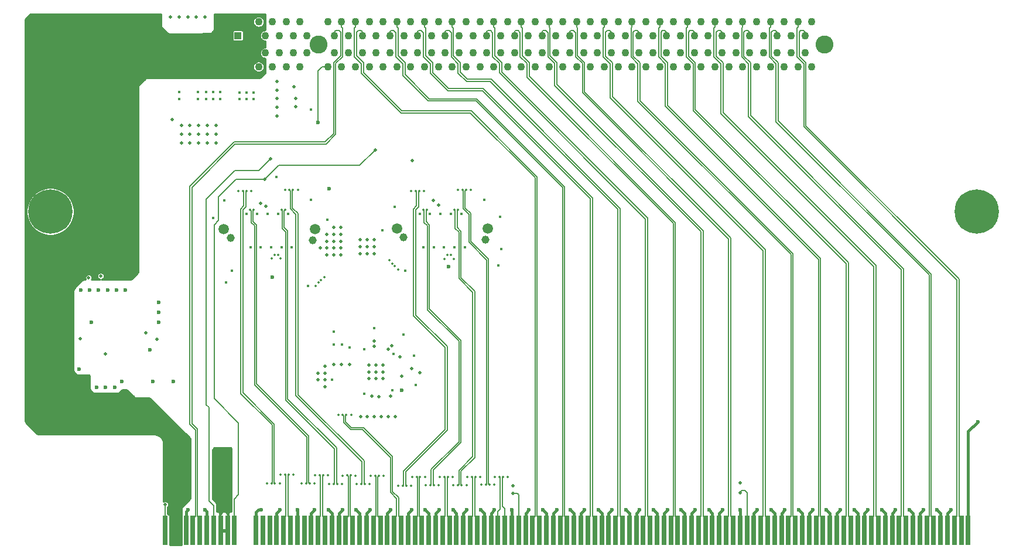
<source format=gbr>
%TF.GenerationSoftware,KiCad,Pcbnew,(5.1.5)-3*%
%TF.CreationDate,2022-01-08T01:18:32+01:00*%
%TF.ProjectId,Riser Leopard 2OU PCIe x16 2xOculink,52697365-7220-44c6-956f-706172642032,rev?*%
%TF.SameCoordinates,PX459e440PY54cbc38*%
%TF.FileFunction,Copper,L6,Bot*%
%TF.FilePolarity,Positive*%
%FSLAX46Y46*%
G04 Gerber Fmt 4.6, Leading zero omitted, Abs format (unit mm)*
G04 Created by KiCad (PCBNEW (5.1.5)-3) date 2022-01-08 01:18:32*
%MOMM*%
%LPD*%
G04 APERTURE LIST*
%TA.AperFunction,ComponentPad*%
%ADD10C,0.800000*%
%TD*%
%TA.AperFunction,ComponentPad*%
%ADD11C,6.400000*%
%TD*%
%TA.AperFunction,SMDPad,CuDef*%
%ADD12R,0.800000X4.200000*%
%TD*%
%TA.AperFunction,WasherPad*%
%ADD13C,2.600000*%
%TD*%
%TA.AperFunction,ComponentPad*%
%ADD14R,1.100000X1.100000*%
%TD*%
%TA.AperFunction,ComponentPad*%
%ADD15C,1.100000*%
%TD*%
%TA.AperFunction,ComponentPad*%
%ADD16C,1.500000*%
%TD*%
%TA.AperFunction,WasherPad*%
%ADD17C,1.150000*%
%TD*%
%TA.AperFunction,ViaPad*%
%ADD18C,0.400000*%
%TD*%
%TA.AperFunction,ViaPad*%
%ADD19C,0.500000*%
%TD*%
%TA.AperFunction,ViaPad*%
%ADD20C,0.600000*%
%TD*%
%TA.AperFunction,ViaPad*%
%ADD21C,0.350000*%
%TD*%
%TA.AperFunction,Conductor*%
%ADD22C,0.400000*%
%TD*%
%TA.AperFunction,Conductor*%
%ADD23C,0.200000*%
%TD*%
%TA.AperFunction,Conductor*%
%ADD24C,0.152400*%
%TD*%
%TA.AperFunction,Conductor*%
%ADD25C,0.254000*%
%TD*%
G04 APERTURE END LIST*
D10*
%TO.P,H1,1*%
%TO.N,GND*%
X1697056Y1697056D03*
X0Y2400000D03*
X-1697056Y1697056D03*
X-2400000Y0D03*
X-1697056Y-1697056D03*
X0Y-2400000D03*
X1697056Y-1697056D03*
X2400000Y0D03*
D11*
X0Y0D03*
%TD*%
%TO.P,H2,1*%
%TO.N,GND*%
X133900000Y0D03*
D10*
X136300000Y0D03*
X135597056Y-1697056D03*
X133900000Y-2400000D03*
X132202944Y-1697056D03*
X131500000Y0D03*
X132202944Y1697056D03*
X133900000Y2400000D03*
X135597056Y1697056D03*
%TD*%
D12*
%TO.P,J1,A12*%
%TO.N,GND*%
X29700000Y-46085000D03*
%TO.P,J1,A1*%
%TO.N,/PCIE_SLOT_PRSNT#1*%
X16600000Y-46085000D03*
%TO.P,J1,A2*%
%TO.N,+12V*%
X17600000Y-46085000D03*
%TO.P,J1,A3*%
X18600000Y-46085000D03*
%TO.P,J1,A4*%
%TO.N,GND*%
X19600000Y-46085000D03*
%TO.P,J1,A5*%
%TO.N,/CLK100_SLOT0+*%
X20600000Y-46085000D03*
%TO.P,J1,A6*%
%TO.N,/CLK100_SLOT0-*%
X21600000Y-46085000D03*
%TO.P,J1,A7*%
%TO.N,GND*%
X22600000Y-46085000D03*
%TO.P,J1,A8*%
%TO.N,/LAN_SMB_DAT*%
X23600000Y-46085000D03*
%TO.P,J1,A9*%
%TO.N,+3V3*%
X24600000Y-46085000D03*
%TO.P,J1,A10*%
X25600000Y-46085000D03*
%TO.P,J1,A11*%
%TO.N,/RST_PERST0_N*%
X26600000Y-46085000D03*
%TO.P,J1,A13*%
%TO.N,Net-(J1-PadA13)*%
X30700000Y-46085000D03*
%TO.P,J1,A14*%
%TO.N,Net-(J1-PadA14)*%
X31700000Y-46085000D03*
%TO.P,J1,A15*%
%TO.N,GND*%
X32700000Y-46085000D03*
%TO.P,J1,A16*%
%TO.N,/Oculink_0_x4_RX0+*%
X33700000Y-46085000D03*
%TO.P,J1,A17*%
%TO.N,/Oculink_0_x4_RX0-*%
X34700000Y-46085000D03*
%TO.P,J1,A18*%
%TO.N,GND*%
X35700000Y-46085000D03*
%TO.P,J1,A19*%
%TO.N,Net-(J1-PadA19)*%
X36700000Y-46085000D03*
%TO.P,J1,A20*%
%TO.N,GND*%
X37700000Y-46085000D03*
%TO.P,J1,A21*%
%TO.N,/Oculink_0_x4_RX1+*%
X38700000Y-46085000D03*
%TO.P,J1,A22*%
%TO.N,/Oculink_0_x4_RX1-*%
X39700000Y-46085000D03*
%TO.P,J1,A23*%
%TO.N,GND*%
X40700000Y-46085000D03*
%TO.P,J1,A24*%
X41700000Y-46085000D03*
%TO.P,J1,A25*%
%TO.N,/Oculink_0_x4_RX2+*%
X42700000Y-46085000D03*
%TO.P,J1,A26*%
%TO.N,/Oculink_0_x4_RX2-*%
X43700000Y-46085000D03*
%TO.P,J1,A27*%
%TO.N,GND*%
X44700000Y-46085000D03*
%TO.P,J1,A28*%
X45700000Y-46085000D03*
%TO.P,J1,A29*%
%TO.N,/Oculink_0_x4_RX3+*%
X46700000Y-46085000D03*
%TO.P,J1,A30*%
%TO.N,/Oculink_0_x4_RX3-*%
X47700000Y-46085000D03*
%TO.P,J1,A31*%
%TO.N,GND*%
X48700000Y-46085000D03*
%TO.P,J1,A32*%
%TO.N,/CLK100_SLOT1+*%
X49700000Y-46085000D03*
%TO.P,J1,A33*%
%TO.N,/CLK100_SLOT1-*%
X50700000Y-46085000D03*
%TO.P,J1,A34*%
%TO.N,GND*%
X51700000Y-46085000D03*
%TO.P,J1,A35*%
%TO.N,/Oculink_1_x4_RX0+*%
X52700000Y-46085000D03*
%TO.P,J1,A36*%
%TO.N,/Oculink_1_x4_RX0-*%
X53700000Y-46085000D03*
%TO.P,J1,A37*%
%TO.N,GND*%
X54700000Y-46085000D03*
%TO.P,J1,A38*%
X55700000Y-46085000D03*
%TO.P,J1,A39*%
%TO.N,/Oculink_1_x4_RX1+*%
X56700000Y-46085000D03*
%TO.P,J1,A40*%
%TO.N,/Oculink_1_x4_RX1-*%
X57700000Y-46085000D03*
%TO.P,J1,A41*%
%TO.N,GND*%
X58700000Y-46085000D03*
%TO.P,J1,A42*%
X59700000Y-46085000D03*
%TO.P,J1,A43*%
%TO.N,/Oculink_1_x4_RX2+*%
X60700000Y-46085000D03*
%TO.P,J1,A44*%
%TO.N,/Oculink_1_x4_RX2-*%
X61700000Y-46085000D03*
%TO.P,J1,A45*%
%TO.N,GND*%
X62700000Y-46085000D03*
%TO.P,J1,A46*%
X63700000Y-46085000D03*
%TO.P,J1,A47*%
%TO.N,/Oculink_1_x4_RX3+*%
X64700000Y-46085000D03*
%TO.P,J1,A48*%
%TO.N,/Oculink_1_x4_RX3-*%
X65700000Y-46085000D03*
%TO.P,J1,A49*%
%TO.N,GND*%
X66700000Y-46085000D03*
%TO.P,J1,A50*%
%TO.N,/SLOT0_CONFIG*%
X67700000Y-46085000D03*
%TO.P,J1,A51*%
%TO.N,GND*%
X68700000Y-46085000D03*
%TO.P,J1,A52*%
%TO.N,/CPU0_RX0+*%
X69700000Y-46085000D03*
%TO.P,J1,A53*%
%TO.N,/CPU0_RX0-*%
X70700000Y-46085000D03*
%TO.P,J1,A54*%
%TO.N,GND*%
X71700000Y-46085000D03*
%TO.P,J1,A55*%
X72700000Y-46085000D03*
%TO.P,J1,A56*%
%TO.N,/CPU0_RX1+*%
X73700000Y-46085000D03*
%TO.P,J1,A57*%
%TO.N,/CPU0_RX1-*%
X74700000Y-46085000D03*
%TO.P,J1,A58*%
%TO.N,GND*%
X75700000Y-46085000D03*
%TO.P,J1,A59*%
X76700000Y-46085000D03*
%TO.P,J1,A60*%
%TO.N,/CPU0_RX2+*%
X77700000Y-46085000D03*
%TO.P,J1,A61*%
%TO.N,/CPU0_RX2-*%
X78700000Y-46085000D03*
%TO.P,J1,A62*%
%TO.N,GND*%
X79700000Y-46085000D03*
%TO.P,J1,A63*%
X80700000Y-46085000D03*
%TO.P,J1,A64*%
%TO.N,/CPU0_RX3+*%
X81700000Y-46085000D03*
%TO.P,J1,A65*%
%TO.N,/CPU0_RX3-*%
X82700000Y-46085000D03*
%TO.P,J1,A66*%
%TO.N,GND*%
X83700000Y-46085000D03*
%TO.P,J1,A67*%
X84700000Y-46085000D03*
%TO.P,J1,A68*%
%TO.N,/CPU0_RX4+*%
X85700000Y-46085000D03*
%TO.P,J1,A69*%
%TO.N,/CPU0_RX4-*%
X86700000Y-46085000D03*
%TO.P,J1,A70*%
%TO.N,GND*%
X87700000Y-46085000D03*
%TO.P,J1,A71*%
X88700000Y-46085000D03*
%TO.P,J1,A72*%
%TO.N,/CPU0_RX5+*%
X89700000Y-46085000D03*
%TO.P,J1,A73*%
%TO.N,/CPU0_RX5-*%
X90700000Y-46085000D03*
%TO.P,J1,A74*%
%TO.N,GND*%
X91700000Y-46085000D03*
%TO.P,J1,A75*%
X92700000Y-46085000D03*
%TO.P,J1,A76*%
%TO.N,/CPU0_RX6+*%
X93700000Y-46085000D03*
%TO.P,J1,A77*%
%TO.N,/CPU0_RX6-*%
X94700000Y-46085000D03*
%TO.P,J1,A78*%
%TO.N,GND*%
X95700000Y-46085000D03*
%TO.P,J1,A79*%
X96700000Y-46085000D03*
%TO.P,J1,A80*%
%TO.N,/CPU0_RX7+*%
X97700000Y-46085000D03*
%TO.P,J1,A81*%
%TO.N,/CPU0_RX7-*%
X98700000Y-46085000D03*
%TO.P,J1,A82*%
%TO.N,GND*%
X99700000Y-46085000D03*
%TO.P,J1,A83*%
%TO.N,/SLOT1_CONFIG*%
X100700000Y-46085000D03*
%TO.P,J1,A84*%
%TO.N,GND*%
X101700000Y-46085000D03*
%TO.P,J1,A85*%
%TO.N,/CPU0_RX8+*%
X102700000Y-46085000D03*
%TO.P,J1,A86*%
%TO.N,/CPU0_RX8-*%
X103700000Y-46085000D03*
%TO.P,J1,A87*%
%TO.N,GND*%
X104700000Y-46085000D03*
%TO.P,J1,A88*%
X105700000Y-46085000D03*
%TO.P,J1,A89*%
%TO.N,/CPU0_RX9+*%
X106700000Y-46085000D03*
%TO.P,J1,A90*%
%TO.N,/CPU0_RX9-*%
X107700000Y-46085000D03*
%TO.P,J1,A91*%
%TO.N,GND*%
X108700000Y-46085000D03*
%TO.P,J1,A92*%
X109700000Y-46085000D03*
%TO.P,J1,A93*%
%TO.N,/CPU0_RX10+*%
X110700000Y-46085000D03*
%TO.P,J1,A94*%
%TO.N,/CPU0_RX10-*%
X111700000Y-46085000D03*
%TO.P,J1,A95*%
%TO.N,GND*%
X112700000Y-46085000D03*
%TO.P,J1,A96*%
X113700000Y-46085000D03*
%TO.P,J1,A97*%
%TO.N,/CPU0_RX11+*%
X114700000Y-46085000D03*
%TO.P,J1,A98*%
%TO.N,/CPU0_RX11-*%
X115700000Y-46085000D03*
%TO.P,J1,A99*%
%TO.N,GND*%
X116700000Y-46085000D03*
%TO.P,J1,A100*%
X117700000Y-46085000D03*
%TO.P,J1,A101*%
%TO.N,/CPU0_RX12+*%
X118700000Y-46085000D03*
%TO.P,J1,A102*%
%TO.N,/CPU0_RX12-*%
X119700000Y-46085000D03*
%TO.P,J1,A103*%
%TO.N,GND*%
X120700000Y-46085000D03*
%TO.P,J1,A104*%
X121700000Y-46085000D03*
%TO.P,J1,A105*%
%TO.N,/CPU0_RX13+*%
X122700000Y-46085000D03*
%TO.P,J1,A106*%
%TO.N,/CPU0_RX13-*%
X123700000Y-46085000D03*
%TO.P,J1,A107*%
%TO.N,GND*%
X124700000Y-46085000D03*
%TO.P,J1,A108*%
X125700000Y-46085000D03*
%TO.P,J1,A109*%
%TO.N,/CPU0_RX14+*%
X126700000Y-46085000D03*
%TO.P,J1,A110*%
%TO.N,/CPU0_RX14-*%
X127700000Y-46085000D03*
%TO.P,J1,A111*%
%TO.N,GND*%
X128700000Y-46085000D03*
%TO.P,J1,A112*%
X129700000Y-46085000D03*
%TO.P,J1,A113*%
%TO.N,/CPU0_RX15+*%
X130700000Y-46085000D03*
%TO.P,J1,A114*%
%TO.N,/CPU0_RX15-*%
X131700000Y-46085000D03*
%TO.P,J1,A115*%
%TO.N,GND*%
X132700000Y-46085000D03*
%TD*%
D13*
%TO.P,J2,*%
%TO.N,*%
X38740000Y24165000D03*
X111890000Y24165000D03*
D14*
%TO.P,J2,A1*%
%TO.N,/PCIE_SLOT_PRSNT#1*%
X27090000Y25415000D03*
D15*
%TO.P,J2,A2*%
%TO.N,+12V*%
X28090000Y27415000D03*
%TO.P,J2,A3*%
X29090000Y25415000D03*
%TO.P,J2,A4*%
%TO.N,GND*%
X30090000Y27415000D03*
%TO.P,J2,A5*%
%TO.N,Net-(J2-PadA5)*%
X31090000Y25415000D03*
%TO.P,J2,A6*%
%TO.N,Net-(J2-PadA6)*%
X32090000Y27415000D03*
%TO.P,J2,A7*%
%TO.N,Net-(J2-PadA7)*%
X33090000Y25415000D03*
%TO.P,J2,A8*%
%TO.N,Net-(J2-PadA8)*%
X34090000Y27415000D03*
%TO.P,J2,A9*%
%TO.N,+3V3*%
X35090000Y25415000D03*
%TO.P,J2,A10*%
X36090000Y27415000D03*
%TO.P,J2,A11*%
%TO.N,/RST_PERST0_N*%
X37090000Y25415000D03*
%TO.P,J2,A12*%
%TO.N,GND*%
X40090000Y27415000D03*
%TO.P,J2,A13*%
%TO.N,/CLK100_SLOT0+*%
X41090000Y25415000D03*
%TO.P,J2,A14*%
%TO.N,/CLK100_SLOT0-*%
X42090000Y27415000D03*
%TO.P,J2,A15*%
%TO.N,GND*%
X43090000Y25415000D03*
%TO.P,J2,A16*%
%TO.N,/CPU0_RX0+*%
X44090000Y27415000D03*
%TO.P,J2,A17*%
%TO.N,/CPU0_RX0-*%
X45090000Y25415000D03*
%TO.P,J2,A18*%
%TO.N,GND*%
X46090000Y27415000D03*
%TO.P,J2,A19*%
%TO.N,Net-(J2-PadA19)*%
X47090000Y25415000D03*
%TO.P,J2,A20*%
%TO.N,GND*%
X48090000Y27415000D03*
%TO.P,J2,A21*%
%TO.N,/CPU0_RX1+*%
X49090000Y25415000D03*
%TO.P,J2,A22*%
%TO.N,/CPU0_RX1-*%
X50090000Y27415000D03*
%TO.P,J2,A23*%
%TO.N,GND*%
X51090000Y25415000D03*
%TO.P,J2,A24*%
X52090000Y27415000D03*
%TO.P,J2,A25*%
%TO.N,/CPU0_RX2+*%
X53090000Y25415000D03*
%TO.P,J2,A26*%
%TO.N,/CPU0_RX2-*%
X54090000Y27415000D03*
%TO.P,J2,A27*%
%TO.N,GND*%
X55090000Y25415000D03*
%TO.P,J2,A28*%
X56090000Y27415000D03*
%TO.P,J2,A29*%
%TO.N,/CPU0_RX3+*%
X57090000Y25415000D03*
%TO.P,J2,A30*%
%TO.N,/CPU0_RX3-*%
X58090000Y27415000D03*
%TO.P,J2,A31*%
%TO.N,GND*%
X59090000Y25415000D03*
%TO.P,J2,A32*%
%TO.N,/LAN_SMB_CLK*%
X60090000Y27415000D03*
%TO.P,J2,A33*%
%TO.N,/LAN_SMB_DAT*%
X61090000Y25415000D03*
%TO.P,J2,A34*%
%TO.N,GND*%
X62090000Y27415000D03*
%TO.P,J2,A35*%
%TO.N,/CPU0_RX4+*%
X63090000Y25415000D03*
%TO.P,J2,A36*%
%TO.N,/CPU0_RX4-*%
X64090000Y27415000D03*
%TO.P,J2,A37*%
%TO.N,GND*%
X65090000Y25415000D03*
%TO.P,J2,A38*%
X66090000Y27415000D03*
%TO.P,J2,A39*%
%TO.N,/CPU0_RX5+*%
X67090000Y25415000D03*
%TO.P,J2,A40*%
%TO.N,/CPU0_RX5-*%
X68090000Y27415000D03*
%TO.P,J2,A41*%
%TO.N,GND*%
X69090000Y25415000D03*
%TO.P,J2,A42*%
X70090000Y27415000D03*
%TO.P,J2,A43*%
%TO.N,/CPU0_RX6+*%
X71090000Y25415000D03*
%TO.P,J2,A44*%
%TO.N,/CPU0_RX6-*%
X72090000Y27415000D03*
%TO.P,J2,A45*%
%TO.N,GND*%
X73090000Y25415000D03*
%TO.P,J2,A46*%
X74090000Y27415000D03*
%TO.P,J2,A47*%
%TO.N,/CPU0_RX7+*%
X75090000Y25415000D03*
%TO.P,J2,A48*%
%TO.N,/CPU0_RX7-*%
X76090000Y27415000D03*
%TO.P,J2,A49*%
%TO.N,GND*%
X77090000Y25415000D03*
%TO.P,J2,A50*%
X78090000Y27415000D03*
%TO.P,J2,A51*%
X79090000Y25415000D03*
%TO.P,J2,A52*%
%TO.N,/CPU0_RX8+*%
X80090000Y27415000D03*
%TO.P,J2,A53*%
%TO.N,/CPU0_RX8-*%
X81090000Y25415000D03*
%TO.P,J2,A54*%
%TO.N,GND*%
X82090000Y27415000D03*
%TO.P,J2,A55*%
X83090000Y25415000D03*
%TO.P,J2,A56*%
%TO.N,/CPU0_RX9+*%
X84090000Y27415000D03*
%TO.P,J2,A57*%
%TO.N,/CPU0_RX9-*%
X85090000Y25415000D03*
%TO.P,J2,A58*%
%TO.N,GND*%
X86090000Y27415000D03*
%TO.P,J2,A59*%
X87090000Y25415000D03*
%TO.P,J2,A60*%
%TO.N,/CPU0_RX10+*%
X88090000Y27415000D03*
%TO.P,J2,A61*%
%TO.N,/CPU0_RX10-*%
X89090000Y25415000D03*
%TO.P,J2,A62*%
%TO.N,GND*%
X90090000Y27415000D03*
%TO.P,J2,A63*%
X91090000Y25415000D03*
%TO.P,J2,A64*%
%TO.N,/CPU0_RX11+*%
X92090000Y27415000D03*
%TO.P,J2,A65*%
%TO.N,/CPU0_RX11-*%
X93090000Y25415000D03*
%TO.P,J2,A66*%
%TO.N,GND*%
X94090000Y27415000D03*
%TO.P,J2,A67*%
X95090000Y25415000D03*
%TO.P,J2,A68*%
%TO.N,/CPU0_RX12+*%
X96090000Y27415000D03*
%TO.P,J2,A69*%
%TO.N,/CPU0_RX12-*%
X97090000Y25415000D03*
%TO.P,J2,A70*%
%TO.N,GND*%
X98090000Y27415000D03*
%TO.P,J2,A71*%
X99090000Y25415000D03*
%TO.P,J2,A72*%
%TO.N,/CPU0_RX13+*%
X100090000Y27415000D03*
%TO.P,J2,A73*%
%TO.N,/CPU0_RX13-*%
X101090000Y25415000D03*
%TO.P,J2,A74*%
%TO.N,GND*%
X102090000Y27415000D03*
%TO.P,J2,A75*%
X103090000Y25415000D03*
%TO.P,J2,A76*%
%TO.N,/CPU0_RX14+*%
X104090000Y27415000D03*
%TO.P,J2,A77*%
%TO.N,/CPU0_RX14-*%
X105090000Y25415000D03*
%TO.P,J2,A78*%
%TO.N,GND*%
X106090000Y27415000D03*
%TO.P,J2,A79*%
X107090000Y25415000D03*
%TO.P,J2,A80*%
%TO.N,/CPU0_RX15+*%
X108090000Y27415000D03*
%TO.P,J2,A81*%
%TO.N,/CPU0_RX15-*%
X109090000Y25415000D03*
%TO.P,J2,B1*%
%TO.N,+12V*%
X27090000Y22915000D03*
%TO.P,J2,B2*%
X28090000Y20915000D03*
%TO.P,J2,B3*%
X29090000Y22915000D03*
%TO.P,J2,B4*%
%TO.N,GND*%
X30090000Y20915000D03*
%TO.P,J2,B5*%
%TO.N,/PCIe_SMB_CLK*%
X31090000Y22915000D03*
%TO.P,J2,B6*%
%TO.N,/PCIe_SMB_DATA*%
X32090000Y20915000D03*
%TO.P,J2,B7*%
%TO.N,GND*%
X33090000Y22915000D03*
%TO.P,J2,B8*%
%TO.N,+3V3*%
X34090000Y20915000D03*
%TO.P,J2,B9*%
%TO.N,Net-(J2-PadB9)*%
X35090000Y22915000D03*
%TO.P,J2,B10*%
%TO.N,+3.3Vaux*%
X36090000Y20915000D03*
%TO.P,J2,B11*%
%TO.N,/IRQ_LVC_WAKE_N*%
X37090000Y22915000D03*
%TO.P,J2,B12*%
%TO.N,/LAN_SMB_ALERT_N*%
X40090000Y20915000D03*
%TO.P,J2,B13*%
%TO.N,GND*%
X41090000Y22915000D03*
%TO.P,J2,B14*%
%TO.N,/CPU0_TX0+*%
X42090000Y20915000D03*
%TO.P,J2,B15*%
%TO.N,/CPU0_TX0-*%
X43090000Y22915000D03*
%TO.P,J2,B16*%
%TO.N,GND*%
X44090000Y20915000D03*
%TO.P,J2,B17*%
%TO.N,Net-(J2-PadB17)*%
X45090000Y22915000D03*
%TO.P,J2,B18*%
%TO.N,GND*%
X46090000Y20915000D03*
%TO.P,J2,B19*%
%TO.N,/CPU0_TX1+*%
X47090000Y22915000D03*
%TO.P,J2,B20*%
%TO.N,/CPU0_TX1-*%
X48090000Y20915000D03*
%TO.P,J2,B21*%
%TO.N,GND*%
X49090000Y22915000D03*
%TO.P,J2,B22*%
X50090000Y20915000D03*
%TO.P,J2,B23*%
%TO.N,/CPU0_TX2+*%
X51090000Y22915000D03*
%TO.P,J2,B24*%
%TO.N,/CPU0_TX2-*%
X52090000Y20915000D03*
%TO.P,J2,B25*%
%TO.N,GND*%
X53090000Y22915000D03*
%TO.P,J2,B26*%
X54090000Y20915000D03*
%TO.P,J2,B27*%
%TO.N,/CPU0_TX3+*%
X55090000Y22915000D03*
%TO.P,J2,B28*%
%TO.N,/CPU0_TX3-*%
X56090000Y20915000D03*
%TO.P,J2,B29*%
%TO.N,GND*%
X57090000Y22915000D03*
%TO.P,J2,B30*%
%TO.N,Net-(J2-PadB30)*%
X58090000Y20915000D03*
%TO.P,J2,B31*%
%TO.N,/PCIE_SLOT1_PRSNT_x1x4*%
X59090000Y22915000D03*
%TO.P,J2,B33*%
%TO.N,/CPU0_TX4+*%
X61090000Y22915000D03*
%TO.P,J2,B34*%
%TO.N,/CPU0_TX4-*%
X62090000Y20915000D03*
%TO.P,J2,B35*%
%TO.N,GND*%
X63090000Y22915000D03*
%TO.P,J2,B36*%
X64090000Y20915000D03*
%TO.P,J2,B37*%
%TO.N,/CPU0_TX5+*%
X65090000Y22915000D03*
%TO.P,J2,B38*%
%TO.N,/CPU0_TX5-*%
X66090000Y20915000D03*
%TO.P,J2,B39*%
%TO.N,GND*%
X67090000Y22915000D03*
%TO.P,J2,B40*%
X68090000Y20915000D03*
%TO.P,J2,B41*%
%TO.N,/CPU0_TX6+*%
X69090000Y22915000D03*
%TO.P,J2,B42*%
%TO.N,/CPU0_TX6-*%
X70090000Y20915000D03*
%TO.P,J2,B43*%
%TO.N,GND*%
X71090000Y22915000D03*
%TO.P,J2,B44*%
X72090000Y20915000D03*
%TO.P,J2,B45*%
%TO.N,/CPU0_TX7+*%
X73090000Y22915000D03*
%TO.P,J2,B46*%
%TO.N,/CPU0_TX7-*%
X74090000Y20915000D03*
%TO.P,J2,B47*%
%TO.N,GND*%
X75090000Y22915000D03*
%TO.P,J2,B48*%
%TO.N,/PCIE_SLOT1_PRSNT_x8*%
X76090000Y20915000D03*
%TO.P,J2,B49*%
%TO.N,GND*%
X77090000Y22915000D03*
%TO.P,J2,B50*%
%TO.N,/CPU0_TX8+*%
X78090000Y20915000D03*
%TO.P,J2,B51*%
%TO.N,/CPU0_TX8-*%
X79090000Y22915000D03*
%TO.P,J2,B52*%
%TO.N,GND*%
X80090000Y20915000D03*
%TO.P,J2,B53*%
X81090000Y22915000D03*
%TO.P,J2,B54*%
%TO.N,/CPU0_TX9+*%
X82090000Y20915000D03*
%TO.P,J2,B55*%
%TO.N,/CPU0_TX9-*%
X83090000Y22915000D03*
%TO.P,J2,B56*%
%TO.N,GND*%
X84090000Y20915000D03*
%TO.P,J2,B57*%
X85090000Y22915000D03*
%TO.P,J2,B58*%
%TO.N,/CPU0_TX10+*%
X86090000Y20915000D03*
%TO.P,J2,B59*%
%TO.N,/CPU0_TX10-*%
X87090000Y22915000D03*
%TO.P,J2,B60*%
%TO.N,GND*%
X88090000Y20915000D03*
%TO.P,J2,B61*%
X89090000Y22915000D03*
%TO.P,J2,B62*%
%TO.N,/CPU0_TX11+*%
X90090000Y20915000D03*
%TO.P,J2,B63*%
%TO.N,/CPU0_TX11-*%
X91090000Y22915000D03*
%TO.P,J2,B64*%
%TO.N,GND*%
X92090000Y20915000D03*
%TO.P,J2,B65*%
X93090000Y22915000D03*
%TO.P,J2,B66*%
%TO.N,/CPU0_TX12+*%
X94090000Y20915000D03*
%TO.P,J2,B67*%
%TO.N,/CPU0_TX12-*%
X95090000Y22915000D03*
%TO.P,J2,B68*%
%TO.N,GND*%
X96090000Y20915000D03*
%TO.P,J2,B69*%
X97090000Y22915000D03*
%TO.P,J2,B70*%
%TO.N,/CPU0_TX13+*%
X98090000Y20915000D03*
%TO.P,J2,B71*%
%TO.N,/CPU0_TX13-*%
X99090000Y22915000D03*
%TO.P,J2,B72*%
%TO.N,GND*%
X100090000Y20915000D03*
%TO.P,J2,B73*%
X101090000Y22915000D03*
%TO.P,J2,B74*%
%TO.N,/CPU0_TX14+*%
X102090000Y20915000D03*
%TO.P,J2,B75*%
%TO.N,/CPU0_TX14-*%
X103090000Y22915000D03*
%TO.P,J2,B76*%
%TO.N,GND*%
X104090000Y20915000D03*
%TO.P,J2,B77*%
X105090000Y22915000D03*
%TO.P,J2,B78*%
%TO.N,/CPU0_TX15+*%
X106090000Y20915000D03*
%TO.P,J2,B79*%
%TO.N,/CPU0_TX15-*%
X107090000Y22915000D03*
%TO.P,J2,B80*%
%TO.N,GND*%
X108090000Y20915000D03*
%TO.P,J2,B81*%
%TO.N,/PCIE_SLOT1_PRSNT_x16*%
X109090000Y22915000D03*
%TO.P,J2,B32*%
%TO.N,GND*%
X60090000Y20915000D03*
%TO.P,J2,A82*%
X110090000Y27415000D03*
%TO.P,J2,B82*%
%TO.N,Net-(J2-PadB82)*%
X110090000Y20915000D03*
%TD*%
D16*
%TO.P,J3,C1*%
%TO.N,GND*%
X50070000Y-2470000D03*
X63230000Y-2470000D03*
D17*
%TO.P,J3,*%
%TO.N,*%
X51030000Y-3730000D03*
X62930000Y-4090000D03*
%TD*%
%TO.P,J4,*%
%TO.N,*%
X37930000Y-4150000D03*
X26030000Y-3790000D03*
D16*
%TO.P,J4,C1*%
%TO.N,GND*%
X38230000Y-2530000D03*
X25070000Y-2530000D03*
%TD*%
D18*
%TO.N,+12V*%
X65175000Y-5460000D03*
X23525000Y-910000D03*
D19*
X17625000Y-33135000D03*
X18625000Y-33135000D03*
X17625000Y-34135000D03*
X18625000Y-34135000D03*
X17625000Y-35135000D03*
X18625000Y-35135000D03*
X17625000Y-36135000D03*
X18625000Y-36135000D03*
X17625000Y-37135000D03*
X18625000Y-37135000D03*
X17625000Y-38135000D03*
X18625000Y-38135000D03*
X17625000Y-39135000D03*
X18625000Y-39135000D03*
X17625000Y-40135000D03*
X18625000Y-40135000D03*
X6500000Y16915000D03*
X7500000Y16915000D03*
X8500000Y16915000D03*
X9500000Y16915000D03*
X10500000Y16915000D03*
X11500000Y16915000D03*
X6500000Y15665000D03*
X7500000Y15665000D03*
X8500000Y15665000D03*
X9500000Y15665000D03*
X10500000Y15665000D03*
X11500000Y15665000D03*
X6500000Y14415000D03*
X7500000Y14415000D03*
X8500000Y14415000D03*
X9500000Y14415000D03*
X10500000Y14415000D03*
X11500000Y14415000D03*
X6500000Y13165000D03*
X7500000Y13165000D03*
X8500000Y13165000D03*
X9500000Y13165000D03*
X10500000Y13165000D03*
X11500000Y13165000D03*
X6500000Y11915000D03*
X7500000Y11915000D03*
X8500000Y11915000D03*
X9500000Y11915000D03*
X10500000Y11915000D03*
X11500000Y11915000D03*
X6500000Y10665000D03*
X7500000Y10665000D03*
X8500000Y10665000D03*
X9500000Y10665000D03*
X10500000Y10665000D03*
X11500000Y10665000D03*
X6500000Y9415000D03*
X7500000Y9415000D03*
X8500000Y9415000D03*
X9500000Y9415000D03*
X10500000Y9415000D03*
X11500000Y9415000D03*
X6500000Y8165000D03*
X7500000Y8165000D03*
X8500000Y8165000D03*
X9500000Y8165000D03*
X10500000Y8165000D03*
X11500000Y8165000D03*
X39050000Y-5285000D03*
X40975000Y-2285000D03*
X41975000Y-2285000D03*
X39975000Y-3285000D03*
X40975000Y-3285000D03*
X41975000Y-3285000D03*
X39975000Y-4285000D03*
X40975000Y-4285000D03*
X41975000Y-4285000D03*
X39975000Y-5285000D03*
X40975000Y-5285000D03*
X41975000Y-5285000D03*
X39975000Y-6285000D03*
X40975000Y-6285000D03*
X41975000Y-6285000D03*
%TO.N,GND*%
X46050000Y-22160000D03*
D20*
X5950000Y-15985000D03*
X22350000Y-43085000D03*
X19850000Y-43085000D03*
X130200000Y-43085000D03*
X134100000Y-30385000D03*
X128200000Y-43085000D03*
X126200000Y-43085000D03*
X124200000Y-43085000D03*
X122200000Y-43085000D03*
X120200000Y-43085000D03*
X118200000Y-43085000D03*
X116200000Y-43085000D03*
X114200000Y-43085000D03*
X112200000Y-43085000D03*
X110200000Y-43085000D03*
X108200000Y-43085000D03*
X106200000Y-43085000D03*
X104200000Y-43085000D03*
X102200000Y-43085000D03*
X99700000Y-43085000D03*
X97200000Y-43085000D03*
X95200000Y-43085000D03*
X93200000Y-43085000D03*
X91200000Y-43085000D03*
X89200000Y-43085000D03*
X87200000Y-43085000D03*
X85200000Y-43085000D03*
X83200000Y-43085000D03*
X81200000Y-43085000D03*
X79200000Y-43085000D03*
X77200000Y-43085000D03*
X75200000Y-43085000D03*
X73200000Y-43085000D03*
X71200000Y-43085000D03*
X69200000Y-43085000D03*
X66700000Y-43085000D03*
X64200000Y-43085000D03*
X62200000Y-43085000D03*
X60200000Y-43085000D03*
X58200000Y-43085000D03*
X56200000Y-43085000D03*
X54200000Y-43085000D03*
X52200000Y-43085000D03*
X35700000Y-43085000D03*
X33200000Y-43085000D03*
X30450000Y-43085000D03*
X49200000Y-43085000D03*
X46200000Y-43085000D03*
X44200000Y-43085000D03*
X42200000Y-43085000D03*
X40200000Y-43085000D03*
X38200000Y-43085000D03*
X15625000Y-13135000D03*
X50825000Y-25835000D03*
X15625000Y-15985000D03*
D18*
X59390000Y-335000D03*
X57890000Y-335000D03*
X56390000Y-335000D03*
X54890000Y-335000D03*
X53390000Y-335000D03*
X53910000Y-5185000D03*
X55410000Y-5185000D03*
X56910000Y-5185000D03*
X58410000Y-5185000D03*
X59910000Y-5185000D03*
X29890000Y-335000D03*
X28390000Y-335000D03*
X31390000Y-335000D03*
X34390000Y-335000D03*
X32890000Y-335000D03*
X28910000Y-5185000D03*
X30410000Y-5185000D03*
X31910000Y-5185000D03*
X34910000Y-5185000D03*
X33410000Y-5185000D03*
X52550000Y-20835000D03*
X51025000Y-17810000D03*
X52800000Y-25060000D03*
X40725000Y-24335000D03*
X45325000Y-26310000D03*
X49450000Y-25785000D03*
X45325000Y-19935000D03*
X49600000Y-20535000D03*
X46825000Y-16810000D03*
X26250000Y-8535000D03*
X25125000Y1640000D03*
X37675000Y1665000D03*
X62750000Y1715000D03*
X51275000Y-8585000D03*
X64775000Y-7785000D03*
X37700000Y14740000D03*
X27375000Y17215000D03*
X28375000Y17215000D03*
X29375000Y17215000D03*
X27375000Y16215000D03*
X28375000Y16215000D03*
X29375000Y16215000D03*
X22500000Y16240000D03*
X23500000Y17240000D03*
X23500000Y16240000D03*
X24500000Y16240000D03*
X24500000Y17240000D03*
X22500000Y17240000D03*
X18600000Y17265000D03*
X18600000Y16265000D03*
X21350000Y17265000D03*
X21350000Y16265000D03*
D20*
X14350000Y-19985000D03*
X15625000Y-14535000D03*
D18*
X49775000Y715000D03*
D19*
X17350000Y28090000D03*
X18600000Y28090000D03*
X19850000Y28090000D03*
X21100000Y28090000D03*
X22350000Y28090000D03*
X47050000Y-22160000D03*
X48050000Y-22160000D03*
X46050000Y-23160000D03*
X47050000Y-23160000D03*
X48050000Y-23160000D03*
X46050000Y-24160000D03*
X47050000Y-24160000D03*
X48050000Y-24160000D03*
D18*
X40975000Y-17335000D03*
X43275000Y-19685000D03*
X42125000Y-19235000D03*
X40925000Y-19260000D03*
D19*
X44825000Y-29660000D03*
X45825000Y-29660000D03*
X46825000Y-29660000D03*
X47825000Y-29660000D03*
X48825000Y-29660000D03*
X49825000Y-29660000D03*
D18*
X37200000Y-10760000D03*
D21*
X31300000Y-39260000D03*
X33175000Y-39260000D03*
X33275000Y-38060000D03*
X35150000Y-38060000D03*
X36275000Y-39285000D03*
X38150000Y-39285000D03*
X40125000Y-38085000D03*
X38250000Y-38085000D03*
X40275000Y-39360000D03*
X42150000Y-39360000D03*
X44125000Y-38160000D03*
X42250000Y-38160000D03*
X44275000Y-39410000D03*
X46150000Y-39410000D03*
X46275000Y-38160000D03*
X48150000Y-38160000D03*
X52275000Y-38335000D03*
X60275000Y-38385000D03*
X52125000Y-39585000D03*
X58275000Y-39560000D03*
X60150000Y-39560000D03*
X54275000Y-39560000D03*
X58150000Y-38335000D03*
X54150000Y-38335000D03*
X56150000Y-39560000D03*
X50250000Y-39585000D03*
X56275000Y-38335000D03*
X62150000Y-38385000D03*
X64150000Y-39460000D03*
X62275000Y-39460000D03*
X66150000Y-38360000D03*
X64275000Y-38360000D03*
X43525000Y-29385000D03*
X41650000Y-29385000D03*
X27150000Y2965000D03*
X29025000Y2965000D03*
X35775000Y3140000D03*
X33900000Y3140000D03*
X52150000Y2965000D03*
X54025000Y2965000D03*
X58875000Y3140000D03*
X60750000Y3140000D03*
X57000000Y-6860000D03*
X58300000Y-6860000D03*
X33300000Y-6785000D03*
X32000000Y-6785000D03*
X38300000Y-10735000D03*
X39625000Y-9485000D03*
X50250000Y-8385000D03*
X49000000Y-7060000D03*
D19*
%TO.N,+3V3*%
X25400000Y-34985000D03*
X50550000Y-21035000D03*
X50825000Y-23760000D03*
X40950000Y-22060000D03*
X42100000Y-22060000D03*
X43250000Y-22060000D03*
D18*
X65050000Y-735000D03*
X40025000Y-1210000D03*
X32675000Y5015000D03*
D19*
X32775000Y13815000D03*
X32775000Y15065000D03*
X32775000Y16315000D03*
X32775000Y17565000D03*
X32775000Y18815000D03*
X18925000Y12415000D03*
X20175000Y12415000D03*
X21425000Y12415000D03*
X22675000Y12415000D03*
X23925000Y12415000D03*
X18925000Y11165000D03*
X20175000Y11165000D03*
X21425000Y11165000D03*
X22675000Y11165000D03*
X23925000Y11165000D03*
X18925000Y9915000D03*
X20175000Y9915000D03*
X21425000Y9915000D03*
X22675000Y9915000D03*
X23925000Y9915000D03*
X23775000Y-34710000D03*
X23775000Y-35960000D03*
X23775000Y-37210000D03*
X23775000Y-38460000D03*
X23775000Y-39710000D03*
X23775000Y-40960000D03*
X25400000Y-36235000D03*
X25400000Y-37485000D03*
X25400000Y-38735000D03*
X39700000Y-22335000D03*
X39700000Y-23335000D03*
X39700000Y-24335000D03*
X39700000Y-25335000D03*
X38675000Y-23335000D03*
X38675000Y-24335000D03*
D18*
X25350000Y-10235000D03*
D19*
X44800000Y-5060000D03*
X45800000Y-5060000D03*
X46800000Y-5060000D03*
X44800000Y-6060000D03*
X45800000Y-6060000D03*
X46800000Y-6060000D03*
X46800000Y-4060000D03*
X45800000Y-4060000D03*
X44800000Y-4060000D03*
D18*
X48000000Y-2685000D03*
D19*
%TO.N,+3.3Vaux*%
X35200000Y17990000D03*
D20*
X14800000Y-24585000D03*
X10300000Y-24585000D03*
X9550000Y-11385000D03*
X10850000Y-11385000D03*
X8250000Y-11385000D03*
X6950000Y-11385000D03*
X5650000Y-11385000D03*
X4350000Y-11385000D03*
X6650000Y-25385000D03*
X7975000Y-25435000D03*
D19*
X35500000Y16315000D03*
X35475000Y15140000D03*
D20*
X9300000Y-25435000D03*
X4100000Y-22785000D03*
X17800000Y-24585000D03*
D19*
%TO.N,/SLOT0_CONFIG*%
X66875000Y-40685000D03*
%TO.N,/SLOT1_CONFIG*%
X99700000Y-40610000D03*
%TO.N,/LAN_SMB_CLK*%
X17600000Y13265000D03*
%TO.N,/LAN_SMB_DAT*%
X31825000Y7640000D03*
D20*
%TO.N,/LAN_SMB_ALERT_N*%
X38700000Y12890000D03*
D19*
%TO.N,/PCIE_SLOT1_PRSNT_x8*%
X99750000Y-39210000D03*
%TO.N,/PCIE_SLOT1_PRSNT_x1x4*%
X66850000Y-39585000D03*
%TO.N,/PCIE_SLOT_PRSNT#1*%
X16600000Y-42335000D03*
%TO.N,/RST_PERST0_N*%
X30950000Y4640000D03*
X46950000Y8915000D03*
D21*
%TO.N,/CLK100_SLOT1+*%
X42273800Y-29385000D03*
%TO.N,/CLK100_SLOT1-*%
X42776200Y-29385000D03*
D19*
%TO.N,/PCIe_SMB_CLK*%
X7975000Y-20560000D03*
%TO.N,/PCIe_SMB_DATA*%
X4325000Y-18385000D03*
D21*
%TO.N,/Oculink_0_C_x4_TX0+*%
X27823800Y2965000D03*
X31948800Y-39260000D03*
%TO.N,/Oculink_0_C_x4_TX1+*%
X28898800Y240000D03*
X36948800Y-39285000D03*
%TO.N,/Oculink_0_C_x4_TX2+*%
X33398800Y240000D03*
X40948800Y-39360000D03*
%TO.N,/Oculink_0_C_x4_TX3+*%
X34563800Y3140000D03*
X44948800Y-39410000D03*
%TO.N,/Oculink_0_C_x4_TX0-*%
X28326200Y2965000D03*
X32451200Y-39260000D03*
%TO.N,/Oculink_0_C_x4_TX1-*%
X29401200Y240000D03*
X37451200Y-39285000D03*
%TO.N,/Oculink_0_C_x4_TX2-*%
X33901200Y240000D03*
X41451200Y-39360000D03*
%TO.N,/Oculink_0_C_x4_TX3-*%
X35066200Y3140000D03*
X45451200Y-39410000D03*
D19*
%TO.N,+3.3VP*%
X48800000Y-19885000D03*
X46800000Y-18735000D03*
X46800000Y-19510000D03*
X49350000Y-19410000D03*
X46475000Y-26710000D03*
X47525000Y-26735000D03*
X49200000Y-26685000D03*
X52225000Y-22685000D03*
X53450000Y-23285000D03*
D21*
%TO.N,/Oculink_1_C_x4_TX0+*%
X50948800Y-39585000D03*
X52823800Y2965000D03*
%TO.N,/Oculink_1_C_x4_TX1+*%
X53898800Y240000D03*
X54948800Y-39560000D03*
%TO.N,/Oculink_1_C_x4_TX2+*%
X58948800Y-39560000D03*
X58398800Y240000D03*
%TO.N,/Oculink_1_C_x4_TX3+*%
X59563800Y3140000D03*
X62948800Y-39460000D03*
%TO.N,/Oculink_1_C_x4_TX0-*%
X51451200Y-39585000D03*
X53326200Y2965000D03*
%TO.N,/Oculink_1_C_x4_TX1-*%
X54401200Y240000D03*
X55451200Y-39560000D03*
%TO.N,/Oculink_1_C_x4_TX2-*%
X59451200Y-39560000D03*
X58901200Y240000D03*
%TO.N,/Oculink_1_C_x4_TX3-*%
X60066200Y3140000D03*
X63451200Y-39460000D03*
%TO.N,/Oculink_0_x4_RX0+*%
X33948800Y-38060000D03*
%TO.N,/Oculink_0_x4_RX0-*%
X34451200Y-38060000D03*
%TO.N,/Oculink_0_x4_RX1+*%
X38948800Y-38085000D03*
%TO.N,/Oculink_0_x4_RX1-*%
X39451200Y-38085000D03*
%TO.N,/Oculink_0_x4_RX2+*%
X42948800Y-38135000D03*
%TO.N,/Oculink_0_x4_RX2-*%
X43451200Y-38135000D03*
%TO.N,/Oculink_0_x4_RX3+*%
X46948800Y-38160000D03*
%TO.N,/Oculink_0_x4_RX3-*%
X47451200Y-38160000D03*
%TO.N,/Oculink_1_x4_RX0+*%
X52948800Y-38335000D03*
%TO.N,/Oculink_1_x4_RX0-*%
X53451200Y-38335000D03*
%TO.N,/Oculink_1_x4_RX1+*%
X56948800Y-38335000D03*
%TO.N,/Oculink_1_x4_RX1-*%
X57451200Y-38335000D03*
%TO.N,/Oculink_1_x4_RX2+*%
X60948800Y-38385000D03*
%TO.N,/Oculink_1_x4_RX2-*%
X61451200Y-38385000D03*
%TO.N,/Oculink_1_x4_RX3+*%
X64948800Y-38360000D03*
%TO.N,/Oculink_1_x4_RX3-*%
X65451200Y-38360000D03*
D20*
%TO.N,Net-(J3-PadA10)*%
X57550000Y-7960000D03*
D19*
X52325000Y7365000D03*
D21*
%TO.N,/Oculink_1_CLK100+*%
X57398800Y-6285000D03*
X49777626Y-7887626D03*
%TO.N,/Oculink_1_CLK100-*%
X57901200Y-6285000D03*
X49422374Y-7532374D03*
D19*
%TO.N,/Oculink_1_SMB_CLK*%
X55400000Y1590000D03*
X7275000Y-9310000D03*
%TO.N,/Oculink_1_SMB_DATA*%
X56150000Y915000D03*
X5525000Y-9535000D03*
%TO.N,/Oculink_0_SMB_DATA*%
X13775000Y-17535000D03*
X31175000Y740000D03*
%TO.N,/Oculink_0_SMB_CLK*%
X30400000Y1215000D03*
X15375000Y-18435000D03*
D21*
%TO.N,/Oculink_0_CLK100-*%
X32901200Y-6235000D03*
X38772374Y-10287626D03*
%TO.N,/Oculink_0_CLK100+*%
X32398800Y-6235000D03*
X39127626Y-9932374D03*
D20*
%TO.N,Net-(J4-PadA10)*%
X32075000Y-9485000D03*
X40300000Y3340000D03*
%TD*%
D22*
%TO.N,GND*%
X22600000Y-46085000D02*
X22600000Y-43335000D01*
X22600000Y-43335000D02*
X22350000Y-43085000D01*
X19600000Y-43335000D02*
X19600000Y-46085000D01*
X19850000Y-43085000D02*
X19600000Y-43335000D01*
X129700000Y-43585000D02*
X130200000Y-43085000D01*
X129700000Y-46085000D02*
X129700000Y-43585000D01*
X132700000Y-46085000D02*
X132700000Y-31785000D01*
X132700000Y-31785000D02*
X134100000Y-30385000D01*
X128700000Y-43585000D02*
X128200000Y-43085000D01*
X128700000Y-46085000D02*
X128700000Y-43585000D01*
X125700000Y-43585000D02*
X126200000Y-43085000D01*
X125700000Y-46085000D02*
X125700000Y-43585000D01*
X124700000Y-43585000D02*
X124200000Y-43085000D01*
X124700000Y-46085000D02*
X124700000Y-43585000D01*
X121700000Y-43585000D02*
X122200000Y-43085000D01*
X121700000Y-46085000D02*
X121700000Y-43585000D01*
X120700000Y-43585000D02*
X120200000Y-43085000D01*
X120700000Y-46085000D02*
X120700000Y-43585000D01*
X117700000Y-43585000D02*
X118200000Y-43085000D01*
X117700000Y-46085000D02*
X117700000Y-43585000D01*
X116700000Y-43585000D02*
X116200000Y-43085000D01*
X116700000Y-46085000D02*
X116700000Y-43585000D01*
X113700000Y-43585000D02*
X114200000Y-43085000D01*
X113700000Y-46085000D02*
X113700000Y-43585000D01*
X112700000Y-43585000D02*
X112200000Y-43085000D01*
X112700000Y-46085000D02*
X112700000Y-43585000D01*
X109700000Y-43585000D02*
X110200000Y-43085000D01*
X109700000Y-46085000D02*
X109700000Y-43585000D01*
X108700000Y-43585000D02*
X108200000Y-43085000D01*
X108700000Y-46085000D02*
X108700000Y-43585000D01*
X105700000Y-43585000D02*
X106200000Y-43085000D01*
X105700000Y-46085000D02*
X105700000Y-43585000D01*
X104700000Y-43585000D02*
X104200000Y-43085000D01*
X104700000Y-46085000D02*
X104700000Y-43585000D01*
X101700000Y-43585000D02*
X102200000Y-43085000D01*
X101700000Y-46085000D02*
X101700000Y-43585000D01*
X99700000Y-46085000D02*
X99700000Y-43085000D01*
X96700000Y-43585000D02*
X97200000Y-43085000D01*
X96700000Y-46085000D02*
X96700000Y-43585000D01*
X95700000Y-43585000D02*
X95200000Y-43085000D01*
X95700000Y-46085000D02*
X95700000Y-43585000D01*
X92700000Y-43585000D02*
X93200000Y-43085000D01*
X92700000Y-46085000D02*
X92700000Y-43585000D01*
X91700000Y-43585000D02*
X91200000Y-43085000D01*
X91700000Y-46085000D02*
X91700000Y-43585000D01*
X76700000Y-43585000D02*
X77200000Y-43085000D01*
X76700000Y-46085000D02*
X76700000Y-43585000D01*
X79700000Y-43585000D02*
X79200000Y-43085000D01*
X79700000Y-46085000D02*
X79700000Y-43585000D01*
X80700000Y-43585000D02*
X81200000Y-43085000D01*
X80700000Y-46085000D02*
X80700000Y-43585000D01*
X83700000Y-43585000D02*
X83200000Y-43085000D01*
X83700000Y-46085000D02*
X83700000Y-43585000D01*
X84700000Y-43585000D02*
X85200000Y-43085000D01*
X84700000Y-46085000D02*
X84700000Y-43585000D01*
X87700000Y-43585000D02*
X87200000Y-43085000D01*
X87700000Y-46085000D02*
X87700000Y-43585000D01*
X88700000Y-43585000D02*
X89200000Y-43085000D01*
X88700000Y-46085000D02*
X88700000Y-43585000D01*
X75700000Y-43585000D02*
X75200000Y-43085000D01*
X75700000Y-46085000D02*
X75700000Y-43585000D01*
X72700000Y-43585000D02*
X73200000Y-43085000D01*
X72700000Y-46085000D02*
X72700000Y-43585000D01*
X71700000Y-43585000D02*
X71200000Y-43085000D01*
X71700000Y-46085000D02*
X71700000Y-43585000D01*
X68700000Y-43585000D02*
X69200000Y-43085000D01*
X68700000Y-46085000D02*
X68700000Y-43585000D01*
X66700000Y-46085000D02*
X66700000Y-43085000D01*
X29700000Y-46085000D02*
X29700000Y-43585000D01*
X32700000Y-43585000D02*
X33200000Y-43085000D01*
X32700000Y-46085000D02*
X32700000Y-43585000D01*
X35700000Y-46085000D02*
X35700000Y-43085000D01*
X51700000Y-43585000D02*
X52200000Y-43085000D01*
X51700000Y-46085000D02*
X51700000Y-43585000D01*
X54700000Y-43585000D02*
X54200000Y-43085000D01*
X54700000Y-46085000D02*
X54700000Y-43585000D01*
X55700000Y-43585000D02*
X56200000Y-43085000D01*
X55700000Y-46085000D02*
X55700000Y-43585000D01*
X58700000Y-43585000D02*
X58200000Y-43085000D01*
X58700000Y-46085000D02*
X58700000Y-43585000D01*
X59700000Y-43585000D02*
X60200000Y-43085000D01*
X59700000Y-46085000D02*
X59700000Y-43585000D01*
X62700000Y-43585000D02*
X62200000Y-43085000D01*
X62700000Y-46085000D02*
X62700000Y-43585000D01*
X63700000Y-43585000D02*
X64200000Y-43085000D01*
X63700000Y-46085000D02*
X63700000Y-43585000D01*
X48700000Y-43585000D02*
X49200000Y-43085000D01*
X48700000Y-46085000D02*
X48700000Y-43585000D01*
X45700000Y-43585000D02*
X46200000Y-43085000D01*
X45700000Y-46085000D02*
X45700000Y-43585000D01*
X44700000Y-43585000D02*
X44200000Y-43085000D01*
X44700000Y-46085000D02*
X44700000Y-43585000D01*
X41700000Y-43585000D02*
X42200000Y-43085000D01*
X41700000Y-46085000D02*
X41700000Y-43585000D01*
X40700000Y-43585000D02*
X40200000Y-43085000D01*
X40700000Y-46085000D02*
X40700000Y-43585000D01*
X37700000Y-43585000D02*
X38200000Y-43085000D01*
X37700000Y-46085000D02*
X37700000Y-43585000D01*
X30025736Y-43085000D02*
X29700000Y-43410736D01*
X29700000Y-43410736D02*
X29700000Y-43585000D01*
X30450000Y-43085000D02*
X30025736Y-43085000D01*
D23*
%TO.N,/SLOT0_CONFIG*%
X67450000Y-40685000D02*
X66875000Y-40685000D01*
X67700000Y-40935000D02*
X67450000Y-40685000D01*
X67700000Y-43235000D02*
X67700000Y-46085000D01*
X67700000Y-40935000D02*
X67700000Y-43235000D01*
%TO.N,/SLOT1_CONFIG*%
X100700000Y-43785000D02*
X100700000Y-46085000D01*
X100700000Y-41231447D02*
X100700000Y-43785000D01*
X99700000Y-40610000D02*
X100000000Y-40310000D01*
X100000000Y-40310000D02*
X100400000Y-40310000D01*
X100700000Y-40610000D02*
X100700000Y-41235000D01*
X100400000Y-40310000D02*
X100700000Y-40610000D01*
X100700000Y-41235000D02*
X100700000Y-41231447D01*
%TO.N,/LAN_SMB_DAT*%
X23600000Y-42710000D02*
X23600000Y-42535000D01*
X23600000Y-46085000D02*
X23600000Y-42710000D01*
X22900000Y-41835000D02*
X22900000Y-28285000D01*
X23600000Y-42535000D02*
X22900000Y-41835000D01*
X26675000Y5965000D02*
X22525000Y1815000D01*
X22525000Y-27910000D02*
X22900000Y-28285000D01*
X22525000Y1815000D02*
X22525000Y-27910000D01*
X31825000Y7640000D02*
X30150000Y5965000D01*
X30150000Y5965000D02*
X26675000Y5965000D01*
%TO.N,/LAN_SMB_ALERT_N*%
X39312183Y20915000D02*
X38712183Y20315000D01*
X40090000Y20915000D02*
X39312183Y20915000D01*
X38712183Y12902183D02*
X38700000Y12890000D01*
X38712183Y20315000D02*
X38712183Y12902183D01*
%TO.N,/PCIE_SLOT_PRSNT#1*%
X16600000Y-46085000D02*
X16600000Y-42335000D01*
D24*
%TO.N,/CLK100_SLOT0+*%
X20600000Y-46085000D02*
X20600000Y-44385000D01*
X20600000Y-44385000D02*
X20947600Y-44037400D01*
X41947600Y22503128D02*
X40947600Y21503128D01*
X39711872Y10042400D02*
X26561872Y10042400D01*
X26561872Y10042400D02*
X20147600Y3628128D01*
X40947600Y11278128D02*
X39711872Y10042400D01*
X40947600Y21503128D02*
X40947600Y11278128D01*
X20147600Y3628128D02*
X20147600Y-30748128D01*
X20147600Y-30748128D02*
X20947600Y-31548128D01*
X20947600Y-31548128D02*
X20947600Y-44037400D01*
X41090000Y25415000D02*
X41090000Y25955000D01*
X41090000Y25955000D02*
X41300000Y26165000D01*
X41300000Y26165000D02*
X41700000Y26165000D01*
X41947600Y25917400D02*
X41700000Y26165000D01*
X41947600Y22503128D02*
X41947600Y25917400D01*
%TO.N,/CLK100_SLOT0-*%
X42090000Y26637183D02*
X42090000Y27415000D01*
X20452400Y-30621872D02*
X20452400Y3501872D01*
X42252400Y22376872D02*
X42252400Y26474783D01*
X21252400Y-31421872D02*
X20452400Y-30621872D01*
X21252400Y-44037400D02*
X21252400Y-31421872D01*
X21600000Y-46085000D02*
X21600000Y-44385000D01*
X41252400Y11151872D02*
X41252400Y21376872D01*
X21600000Y-44385000D02*
X21252400Y-44037400D01*
X26688128Y9737600D02*
X39838128Y9737600D01*
X42252400Y26474783D02*
X42090000Y26637183D01*
X39838128Y9737600D02*
X41252400Y11151872D01*
X20452400Y3501872D02*
X26688128Y9737600D01*
X41252400Y21376872D02*
X42252400Y22376872D01*
D23*
%TO.N,/RST_PERST0_N*%
X27200000Y-40935000D02*
X26600000Y-41535000D01*
X26600000Y-41535000D02*
X26600000Y-46085000D01*
X27200000Y-30560000D02*
X27200000Y-40935000D01*
X23675000Y-27035000D02*
X27200000Y-30560000D01*
X26850000Y4640000D02*
X24300000Y2090000D01*
X30950000Y4640000D02*
X26850000Y4640000D01*
X24300000Y-1285000D02*
X23675000Y-1910000D01*
X24300000Y2090000D02*
X24300000Y-1285000D01*
X23675000Y-1910000D02*
X23675000Y-27035000D01*
X44700000Y6665000D02*
X46950000Y8915000D01*
X30950000Y4640000D02*
X32975000Y6665000D01*
X32975000Y6665000D02*
X44700000Y6665000D01*
D24*
%TO.N,/CLK100_SLOT1+*%
X42372600Y-29483800D02*
X42273800Y-29385000D01*
X49700000Y-46085000D02*
X49700000Y-44385000D01*
X49700000Y-44385000D02*
X50047600Y-44037400D01*
X50047600Y-44037400D02*
X50047600Y-41473128D01*
X50047600Y-41473128D02*
X49147600Y-40573128D01*
X49147600Y-40573128D02*
X49147600Y-35548128D01*
X49147600Y-35548128D02*
X45136872Y-31537400D01*
X45136872Y-31537400D02*
X43386872Y-31537400D01*
X43386872Y-31537400D02*
X42372600Y-30523128D01*
X42372600Y-30523128D02*
X42372600Y-29483800D01*
%TO.N,/CLK100_SLOT1-*%
X42677400Y-29483800D02*
X42776200Y-29385000D01*
X50700000Y-46085000D02*
X50700000Y-44385000D01*
X50700000Y-44385000D02*
X50352400Y-44037400D01*
X50352400Y-44037400D02*
X50352400Y-41346872D01*
X50352400Y-41346872D02*
X49452400Y-40446872D01*
X49452400Y-40446872D02*
X49452400Y-35421872D01*
X49452400Y-35421872D02*
X45263128Y-31232600D01*
X45263128Y-31232600D02*
X43513128Y-31232600D01*
X42677400Y-30396872D02*
X42677400Y-29483800D01*
X43513128Y-31232600D02*
X42677400Y-30396872D01*
%TO.N,/CPU0_RX0+*%
X69700000Y-44385000D02*
X69700000Y-46085000D01*
X60711872Y14237600D02*
X70047600Y4901872D01*
X70047600Y-44037400D02*
X69700000Y-44385000D01*
X44947600Y19976872D02*
X50686872Y14237600D01*
X44090000Y27415000D02*
X44090000Y26637183D01*
X70047600Y4901872D02*
X70047600Y-44037400D01*
X43947600Y22351872D02*
X44947600Y21351872D01*
X44090000Y26637183D02*
X43947600Y26494783D01*
X50686872Y14237600D02*
X60711872Y14237600D01*
X43947600Y26494783D02*
X43947600Y22351872D01*
X44947600Y21351872D02*
X44947600Y19976872D01*
%TO.N,/CPU0_RX0-*%
X70700000Y-46085000D02*
X70700000Y-44385000D01*
X70700000Y-44385000D02*
X70352400Y-44037400D01*
X70352400Y-44037400D02*
X70352400Y5028128D01*
X70352400Y5028128D02*
X60838128Y14542400D01*
X60838128Y14542400D02*
X50813128Y14542400D01*
X50813128Y14542400D02*
X45252400Y20103128D01*
X45252400Y20103128D02*
X45252400Y21478128D01*
X45252400Y21478128D02*
X44252400Y22478128D01*
X45090000Y25415000D02*
X45090000Y25975000D01*
X45090000Y25975000D02*
X44900000Y26165000D01*
X44900000Y26165000D02*
X44525000Y26165000D01*
X44252400Y25892400D02*
X44525000Y26165000D01*
X44252400Y22478128D02*
X44252400Y25892400D01*
%TO.N,/CPU0_RX1+*%
X49612500Y26177500D02*
X49950000Y25840000D01*
X49090000Y26030000D02*
X49237500Y26177500D01*
X49237500Y26177500D02*
X49612500Y26177500D01*
X49947600Y22351872D02*
X49950000Y25840000D01*
X49090000Y25415000D02*
X49090000Y26030000D01*
X50947600Y21351872D02*
X49947600Y22351872D01*
X73700000Y-46085000D02*
X73700000Y-44385000D01*
X73700000Y-44385000D02*
X74047600Y-44037400D01*
X74047600Y-44037400D02*
X74047600Y3426872D01*
X74047600Y3426872D02*
X61511872Y15962600D01*
X61511872Y15962600D02*
X54636872Y15962600D01*
X54636872Y15962600D02*
X50947600Y19651872D01*
X50947600Y19651872D02*
X50947600Y21351872D01*
%TO.N,/CPU0_RX1-*%
X50090000Y26637183D02*
X50090000Y27415000D01*
X50252400Y22478128D02*
X50252400Y26474783D01*
X50252400Y26474783D02*
X50090000Y26637183D01*
X51252400Y21478128D02*
X50252400Y22478128D01*
X74700000Y-46085000D02*
X74700000Y-44385000D01*
X74700000Y-44385000D02*
X74352400Y-44037400D01*
X74352400Y-44037400D02*
X74352400Y3553128D01*
X74352400Y3553128D02*
X61638128Y16267400D01*
X61638128Y16267400D02*
X54763128Y16267400D01*
X51252400Y19778128D02*
X51252400Y21478128D01*
X54763128Y16267400D02*
X51252400Y19778128D01*
%TO.N,/CPU0_RX2+*%
X53612500Y26177500D02*
X53950000Y25840000D01*
X53090000Y26030000D02*
X53237500Y26177500D01*
X53237500Y26177500D02*
X53612500Y26177500D01*
X53947600Y22351872D02*
X53950000Y25840000D01*
X53090000Y25415000D02*
X53090000Y26030000D01*
X54947600Y21351872D02*
X53947600Y22351872D01*
X77700000Y-46085000D02*
X77700000Y-44385000D01*
X77700000Y-44385000D02*
X78047600Y-44037400D01*
X78047600Y-44037400D02*
X78047600Y1851872D01*
X78047600Y1851872D02*
X62436872Y17462600D01*
X62436872Y17462600D02*
X57436872Y17462600D01*
X57436872Y17462600D02*
X54947600Y19951872D01*
X54947600Y19951872D02*
X54947600Y21351872D01*
%TO.N,/CPU0_RX2-*%
X54090000Y26637183D02*
X54090000Y27415000D01*
X54252400Y22478128D02*
X54252400Y26474783D01*
X54252400Y26474783D02*
X54090000Y26637183D01*
X55252400Y21478128D02*
X54252400Y22478128D01*
X78700000Y-44385000D02*
X78352400Y-44037400D01*
X78700000Y-46085000D02*
X78700000Y-44385000D01*
X78352400Y-44037400D02*
X78352400Y1978128D01*
X78352400Y1978128D02*
X62563128Y17767400D01*
X62563128Y17767400D02*
X57563128Y17767400D01*
X57563128Y17767400D02*
X55252400Y20078128D01*
X55252400Y20078128D02*
X55252400Y21478128D01*
%TO.N,/CPU0_RX3+*%
X81700000Y-46085000D02*
X81700000Y-44385000D01*
X81700000Y-44385000D02*
X82047600Y-44037400D01*
X82047600Y-44037400D02*
X82047600Y326872D01*
X82047600Y326872D02*
X63586872Y18787600D01*
X63586872Y18787600D02*
X60161872Y18787600D01*
X60161872Y18787600D02*
X58947600Y20001872D01*
X58947600Y20001872D02*
X58947600Y21351872D01*
X58947600Y21351872D02*
X57947600Y22351872D01*
X57090000Y25415000D02*
X57090000Y26030000D01*
X57612500Y26177500D02*
X57950000Y25840000D01*
X57237500Y26177500D02*
X57612500Y26177500D01*
X57090000Y26030000D02*
X57237500Y26177500D01*
X57947600Y22351872D02*
X57950000Y25840000D01*
%TO.N,/CPU0_RX3-*%
X58090000Y26637183D02*
X58090000Y27415000D01*
X59252400Y20128128D02*
X59252400Y21478128D01*
X58252400Y26474783D02*
X58090000Y26637183D01*
X60288128Y19092400D02*
X59252400Y20128128D01*
X59252400Y21478128D02*
X58252400Y22478128D01*
X82700000Y-44385000D02*
X82352400Y-44037400D01*
X82700000Y-46085000D02*
X82700000Y-44385000D01*
X82352400Y453128D02*
X63713128Y19092400D01*
X82352400Y-44037400D02*
X82352400Y453128D01*
X58252400Y22478128D02*
X58252400Y26474783D01*
X63713128Y19092400D02*
X60288128Y19092400D01*
%TO.N,/CPU0_RX4+*%
X63090000Y25415000D02*
X63090000Y26005000D01*
X63922600Y22376872D02*
X64922600Y21376872D01*
X63090000Y26005000D02*
X63225000Y26140000D01*
X63625000Y26140000D02*
X63922600Y25842400D01*
X63225000Y26140000D02*
X63625000Y26140000D01*
X63922600Y25842400D02*
X63922600Y22376872D01*
X85700000Y-46085000D02*
X85700000Y-44385000D01*
X85700000Y-44385000D02*
X86047600Y-44037400D01*
X86047600Y-44037400D02*
X86047600Y-1098128D01*
X86047600Y-1098128D02*
X64922600Y20026872D01*
X64922600Y20026872D02*
X64922600Y21376872D01*
%TO.N,/CPU0_RX4-*%
X64227400Y22503128D02*
X64227400Y26499783D01*
X64227400Y26499783D02*
X64090000Y26637183D01*
X64090000Y26637183D02*
X64090000Y27415000D01*
X65227400Y21503128D02*
X64227400Y22503128D01*
X86700000Y-44385000D02*
X86352400Y-44037400D01*
X86700000Y-46085000D02*
X86700000Y-44385000D01*
X86352400Y-44037400D02*
X86352400Y-971872D01*
X65227400Y20153128D02*
X65227400Y21503128D01*
X86352400Y-971872D02*
X65227400Y20153128D01*
%TO.N,/CPU0_RX5+*%
X67090000Y25415000D02*
X67090000Y26005000D01*
X67922600Y22376872D02*
X68922600Y21376872D01*
X67090000Y26005000D02*
X67225000Y26140000D01*
X67625000Y26140000D02*
X67922600Y25842400D01*
X67225000Y26140000D02*
X67625000Y26140000D01*
X67922600Y25842400D02*
X67922600Y22376872D01*
X89700000Y-46085000D02*
X89700000Y-44385000D01*
X89700000Y-44385000D02*
X90047600Y-44037400D01*
X90047600Y-44037400D02*
X90047600Y-1698128D01*
X90047600Y-1698128D02*
X68922600Y19426872D01*
X68922600Y19426872D02*
X68922600Y21376872D01*
%TO.N,/CPU0_RX5-*%
X68227400Y22503128D02*
X68227400Y26499783D01*
X68227400Y26499783D02*
X68090000Y26637183D01*
X68090000Y26637183D02*
X68090000Y27415000D01*
X69227400Y21503128D02*
X68227400Y22503128D01*
X90700000Y-46085000D02*
X90700000Y-44385000D01*
X90700000Y-44385000D02*
X90352400Y-44037400D01*
X90352400Y-44037400D02*
X90352400Y-1571872D01*
X69227400Y19553128D02*
X69227400Y21503128D01*
X90352400Y-1571872D02*
X69227400Y19553128D01*
%TO.N,/CPU0_RX6+*%
X71090000Y25415000D02*
X71090000Y26005000D01*
X71922600Y22376872D02*
X72922600Y21376872D01*
X71090000Y26005000D02*
X71225000Y26140000D01*
X71625000Y26140000D02*
X71922600Y25842400D01*
X71225000Y26140000D02*
X71625000Y26140000D01*
X71922600Y25842400D02*
X71922600Y22376872D01*
X93700000Y-46085000D02*
X93700000Y-44385000D01*
X93700000Y-44385000D02*
X94047600Y-44037400D01*
X94047600Y-44037400D02*
X94047600Y-2923128D01*
X94047600Y-2923128D02*
X72922600Y18201872D01*
X72922600Y18201872D02*
X72922600Y21376872D01*
%TO.N,/CPU0_RX6-*%
X72227400Y22503128D02*
X72227400Y26499783D01*
X72227400Y26499783D02*
X72090000Y26637183D01*
X72090000Y26637183D02*
X72090000Y27415000D01*
X73227400Y21503128D02*
X72227400Y22503128D01*
X94700000Y-44385000D02*
X94352400Y-44037400D01*
X94700000Y-46085000D02*
X94700000Y-44385000D01*
X94352400Y-44037400D02*
X94352400Y-2796872D01*
X73227400Y18328128D02*
X73227400Y21503128D01*
X94352400Y-2796872D02*
X73227400Y18328128D01*
%TO.N,/CPU0_RX7+*%
X97700000Y-44385000D02*
X97700000Y-46085000D01*
X98047600Y-3973128D02*
X98047600Y-44037400D01*
X76922600Y17151872D02*
X98047600Y-3973128D01*
X76922600Y21376872D02*
X76922600Y17151872D01*
X75922600Y22376872D02*
X76922600Y21376872D01*
X75090000Y26005000D02*
X75225000Y26140000D01*
X98047600Y-44037400D02*
X97700000Y-44385000D01*
X75090000Y25415000D02*
X75090000Y26005000D01*
X75625000Y26140000D02*
X75922600Y25842400D01*
X75225000Y26140000D02*
X75625000Y26140000D01*
X75922600Y25842400D02*
X75922600Y22376872D01*
%TO.N,/CPU0_RX7-*%
X76090000Y26637183D02*
X76090000Y27415000D01*
X76227400Y26499783D02*
X76090000Y26637183D01*
X76227400Y22503128D02*
X76227400Y26499783D01*
X98700000Y-44385000D02*
X98352400Y-44037400D01*
X98352400Y-44037400D02*
X98352400Y-3846872D01*
X98352400Y-3846872D02*
X77227400Y17278128D01*
X77227400Y21503128D02*
X76227400Y22503128D01*
X98700000Y-46085000D02*
X98700000Y-44385000D01*
X77227400Y17278128D02*
X77227400Y21503128D01*
%TO.N,/CPU0_RX8+*%
X102700000Y-44385000D02*
X103047600Y-44037400D01*
X102700000Y-46085000D02*
X102700000Y-44385000D01*
X103047600Y-44037400D02*
X103047600Y-5673128D01*
X103047600Y-5673128D02*
X80922600Y16451872D01*
X80922600Y16451872D02*
X80922600Y21351872D01*
X80922600Y21351872D02*
X79947600Y22326872D01*
X79947600Y26494783D02*
X80090000Y26637183D01*
X80090000Y26637183D02*
X80090000Y27415000D01*
X79947600Y22326872D02*
X79947600Y26494783D01*
%TO.N,/CPU0_RX8-*%
X81090000Y25900000D02*
X81090000Y25415000D01*
X80825000Y26165000D02*
X81090000Y25900000D01*
X80475000Y26165000D02*
X80825000Y26165000D01*
X81227400Y21478128D02*
X80252400Y22453128D01*
X81227400Y16578128D02*
X81227400Y21478128D01*
X103352400Y-5546872D02*
X81227400Y16578128D01*
X103352400Y-44037400D02*
X103352400Y-5546872D01*
X80252400Y22453128D02*
X80252400Y25942400D01*
X80252400Y25942400D02*
X80475000Y26165000D01*
X103700000Y-46085000D02*
X103700000Y-44385000D01*
X103700000Y-44385000D02*
X103352400Y-44037400D01*
%TO.N,/CPU0_RX9+*%
X83947600Y26494783D02*
X83947600Y22326872D01*
X84090000Y26637183D02*
X83947600Y26494783D01*
X84090000Y27415000D02*
X84090000Y26637183D01*
X83947600Y22326872D02*
X84922600Y21351872D01*
X106700000Y-46085000D02*
X106700000Y-44385000D01*
X106700000Y-44385000D02*
X107047600Y-44037400D01*
X107047600Y-44037400D02*
X107047600Y-6223128D01*
X107047600Y-6223128D02*
X84922600Y15901872D01*
X84922600Y15901872D02*
X84922600Y21351872D01*
%TO.N,/CPU0_RX9-*%
X84475000Y26165000D02*
X84825000Y26165000D01*
X85090000Y25900000D02*
X85090000Y25415000D01*
X84252400Y25942400D02*
X84475000Y26165000D01*
X85227400Y21478128D02*
X84252400Y22453128D01*
X84825000Y26165000D02*
X85090000Y25900000D01*
X84252400Y22453128D02*
X84252400Y25942400D01*
X107700000Y-44385000D02*
X107352400Y-44037400D01*
X107700000Y-46085000D02*
X107700000Y-44385000D01*
X107352400Y-44037400D02*
X107352400Y-6096872D01*
X85227400Y16028128D02*
X85227400Y21478128D01*
X107352400Y-6096872D02*
X85227400Y16028128D01*
%TO.N,/CPU0_RX10+*%
X87947600Y26494783D02*
X87947600Y22326872D01*
X88090000Y26637183D02*
X87947600Y26494783D01*
X88090000Y27415000D02*
X88090000Y26637183D01*
X87947600Y22326872D02*
X88922600Y21351872D01*
X110700000Y-46085000D02*
X110700000Y-44385000D01*
X110700000Y-44385000D02*
X111047600Y-44037400D01*
X111047600Y-44037400D02*
X111047600Y-6923128D01*
X111047600Y-6923128D02*
X88922600Y15201872D01*
X88922600Y15201872D02*
X88922600Y21351872D01*
%TO.N,/CPU0_RX10-*%
X88475000Y26165000D02*
X88825000Y26165000D01*
X89090000Y25900000D02*
X89090000Y25415000D01*
X88252400Y25942400D02*
X88475000Y26165000D01*
X89227400Y21478128D02*
X88252400Y22453128D01*
X88825000Y26165000D02*
X89090000Y25900000D01*
X88252400Y22453128D02*
X88252400Y25942400D01*
X111700000Y-44385000D02*
X111352400Y-44037400D01*
X111700000Y-46085000D02*
X111700000Y-44385000D01*
X111352400Y-44037400D02*
X111352400Y-6796872D01*
X89227400Y15328128D02*
X89227400Y21478128D01*
X111352400Y-6796872D02*
X89227400Y15328128D01*
%TO.N,/CPU0_RX11+*%
X91947600Y26494783D02*
X91947600Y22326872D01*
X92090000Y26637183D02*
X91947600Y26494783D01*
X92090000Y27415000D02*
X92090000Y26637183D01*
X91947600Y22326872D02*
X92922600Y21351872D01*
X114700000Y-46085000D02*
X114700000Y-44385000D01*
X114700000Y-44385000D02*
X115047600Y-44037400D01*
X115047600Y-44037400D02*
X115047600Y-7523128D01*
X115047600Y-7523128D02*
X92922600Y14601872D01*
X92922600Y14601872D02*
X92922600Y21351872D01*
%TO.N,/CPU0_RX11-*%
X92475000Y26165000D02*
X92825000Y26165000D01*
X93090000Y25900000D02*
X93090000Y25415000D01*
X92252400Y25942400D02*
X92475000Y26165000D01*
X93227400Y21478128D02*
X92252400Y22453128D01*
X92825000Y26165000D02*
X93090000Y25900000D01*
X92252400Y22453128D02*
X92252400Y25942400D01*
X115700000Y-44385000D02*
X115352400Y-44037400D01*
X115700000Y-46085000D02*
X115700000Y-44385000D01*
X115352400Y-44037400D02*
X115352400Y-7396872D01*
X115352400Y-7396872D02*
X93227400Y14728128D01*
X93227400Y14728128D02*
X93227400Y21478128D01*
%TO.N,/CPU0_RX12+*%
X95947600Y26494783D02*
X95947600Y22326872D01*
X96090000Y26637183D02*
X95947600Y26494783D01*
X96090000Y27415000D02*
X96090000Y26637183D01*
X95947600Y22326872D02*
X96922600Y21351872D01*
X118700000Y-46085000D02*
X118700000Y-44385000D01*
X118700000Y-44385000D02*
X119047600Y-44037400D01*
X119047600Y-44037400D02*
X119047600Y-7948128D01*
X119047600Y-7948128D02*
X96922600Y14176872D01*
X96922600Y14176872D02*
X96922600Y21351872D01*
%TO.N,/CPU0_RX12-*%
X96475000Y26165000D02*
X96825000Y26165000D01*
X97090000Y25900000D02*
X97090000Y25415000D01*
X96252400Y25942400D02*
X96475000Y26165000D01*
X97227400Y21478128D02*
X96252400Y22453128D01*
X96825000Y26165000D02*
X97090000Y25900000D01*
X96252400Y22453128D02*
X96252400Y25942400D01*
X119700000Y-46085000D02*
X119700000Y-44385000D01*
X119700000Y-44385000D02*
X119352400Y-44037400D01*
X119352400Y-44037400D02*
X119352400Y-7821872D01*
X97227400Y14303128D02*
X97227400Y21478128D01*
X119352400Y-7821872D02*
X97227400Y14303128D01*
%TO.N,/CPU0_RX13+*%
X99947600Y26494783D02*
X99947600Y22326872D01*
X100090000Y26637183D02*
X99947600Y26494783D01*
X100090000Y27415000D02*
X100090000Y26637183D01*
X99947600Y22326872D02*
X100922600Y21351872D01*
X122700000Y-46085000D02*
X122700000Y-44385000D01*
X122700000Y-44385000D02*
X123047600Y-44037400D01*
X123047600Y-44037400D02*
X123047600Y-8398128D01*
X123047600Y-8398128D02*
X100922600Y13726872D01*
X100922600Y13726872D02*
X100922600Y21351872D01*
%TO.N,/CPU0_RX13-*%
X100475000Y26165000D02*
X100825000Y26165000D01*
X101090000Y25900000D02*
X101090000Y25415000D01*
X100252400Y25942400D02*
X100475000Y26165000D01*
X101227400Y21478128D02*
X100252400Y22453128D01*
X100825000Y26165000D02*
X101090000Y25900000D01*
X100252400Y22453128D02*
X100252400Y25942400D01*
X123700000Y-44385000D02*
X123352400Y-44037400D01*
X123700000Y-46085000D02*
X123700000Y-44385000D01*
X123352400Y-44037400D02*
X123352400Y-8271872D01*
X123352400Y-8271872D02*
X101227400Y13853128D01*
X101227400Y13853128D02*
X101227400Y21478128D01*
%TO.N,/CPU0_RX14+*%
X103947600Y26494783D02*
X103947600Y22326872D01*
X104090000Y26637183D02*
X103947600Y26494783D01*
X104090000Y27415000D02*
X104090000Y26637183D01*
X103947600Y22326872D02*
X104922600Y21351872D01*
X126700000Y-46085000D02*
X126700000Y-44385000D01*
X126700000Y-44385000D02*
X127047600Y-44037400D01*
X127047600Y-44037400D02*
X127047600Y-9148128D01*
X127047600Y-9148128D02*
X104922600Y12976872D01*
X104922600Y12976872D02*
X104922600Y21351872D01*
%TO.N,/CPU0_RX14-*%
X104475000Y26165000D02*
X104825000Y26165000D01*
X105090000Y25900000D02*
X105090000Y25415000D01*
X104252400Y25942400D02*
X104475000Y26165000D01*
X105227400Y21478128D02*
X104252400Y22453128D01*
X104825000Y26165000D02*
X105090000Y25900000D01*
X104252400Y22453128D02*
X104252400Y25942400D01*
X127700000Y-46085000D02*
X127700000Y-44385000D01*
X127700000Y-44385000D02*
X127352400Y-44037400D01*
X127352400Y-44037400D02*
X127352400Y-9021872D01*
X105227400Y13103128D02*
X105227400Y21478128D01*
X127352400Y-9021872D02*
X105227400Y13103128D01*
%TO.N,/CPU0_RX15+*%
X131047600Y-44037400D02*
X130700000Y-44385000D01*
X130700000Y-44385000D02*
X130700000Y-46085000D01*
X131047600Y-9873128D02*
X131047600Y-44037400D01*
X108922600Y12251872D02*
X131047600Y-9873128D01*
X108090000Y27415000D02*
X108090000Y26637183D01*
X108090000Y26637183D02*
X107947600Y26494783D01*
X108922600Y21351872D02*
X108922600Y12251872D01*
X107947600Y26494783D02*
X107947600Y22326872D01*
X107947600Y22326872D02*
X108922600Y21351872D01*
%TO.N,/CPU0_RX15-*%
X109090000Y25900000D02*
X109090000Y25415000D01*
X108825000Y26165000D02*
X109090000Y25900000D01*
X108252400Y25942400D02*
X108475000Y26165000D01*
X108252400Y22453128D02*
X108252400Y25942400D01*
X108475000Y26165000D02*
X108825000Y26165000D01*
X109227400Y21478128D02*
X108252400Y22453128D01*
X131352400Y-9746872D02*
X109227400Y12378128D01*
X131700000Y-44385000D02*
X131352400Y-44037400D01*
X131352400Y-44037400D02*
X131352400Y-9746872D01*
X131700000Y-46085000D02*
X131700000Y-44385000D01*
X109227400Y12378128D02*
X109227400Y21478128D01*
%TO.N,/Oculink_0_C_x4_TX0+*%
X27823800Y2965000D02*
X27922600Y2866200D01*
X27922600Y2866200D02*
X27922600Y803128D01*
X27922600Y803128D02*
X27497600Y378128D01*
X31948800Y-39260000D02*
X32047600Y-39161200D01*
X32047600Y-39161200D02*
X32047600Y-30848128D01*
X32047600Y-30848128D02*
X27497600Y-26298128D01*
X27497600Y-26298128D02*
X27497600Y378128D01*
%TO.N,/Oculink_0_C_x4_TX1+*%
X29497600Y-2073128D02*
X28997600Y-1573128D01*
X36948800Y-39285000D02*
X37047600Y-39186200D01*
X37047600Y-39186200D02*
X37047600Y-32598128D01*
X37047600Y-32598128D02*
X29497600Y-25048128D01*
X29497600Y-25048128D02*
X29497600Y-2073128D01*
X28997600Y-1573128D02*
X28997600Y141200D01*
X28997600Y141200D02*
X28898800Y240000D01*
%TO.N,/Oculink_0_C_x4_TX2+*%
X40948800Y-39360000D02*
X41047600Y-39261200D01*
X41047600Y-39261200D02*
X41047600Y-34273128D01*
X41047600Y-34273128D02*
X33997600Y-27223128D01*
X33997600Y-27223128D02*
X33997600Y-2933128D01*
X33997600Y-2933128D02*
X33497600Y-2433128D01*
X33497600Y-2433128D02*
X33497600Y141200D01*
X33497600Y141200D02*
X33398800Y240000D01*
%TO.N,/Oculink_0_C_x4_TX3+*%
X45047600Y-36148128D02*
X45047600Y-39311200D01*
X34563800Y3140000D02*
X34662600Y3041200D01*
X35487600Y-423128D02*
X35487600Y-26588128D01*
X34662600Y3041200D02*
X34662600Y401872D01*
X35487600Y-26588128D02*
X45047600Y-36148128D01*
X45047600Y-39311200D02*
X44948800Y-39410000D01*
X34662600Y401872D02*
X35487600Y-423128D01*
%TO.N,/Oculink_0_C_x4_TX0-*%
X28227400Y2866200D02*
X28227400Y676872D01*
X28326200Y2965000D02*
X28227400Y2866200D01*
X28227400Y676872D02*
X27802400Y251872D01*
X32352400Y-39161200D02*
X32352400Y-30721872D01*
X32451200Y-39260000D02*
X32352400Y-39161200D01*
X27802400Y-26171872D02*
X27802400Y251872D01*
X32352400Y-30721872D02*
X27802400Y-26171872D01*
%TO.N,/Oculink_0_C_x4_TX1-*%
X29802400Y-1946872D02*
X29302400Y-1446872D01*
X37451200Y-39285000D02*
X37352400Y-39186200D01*
X37352400Y-39186200D02*
X37352400Y-32471872D01*
X29802400Y-24921872D02*
X29802400Y-1946872D01*
X37352400Y-32471872D02*
X29802400Y-24921872D01*
X29302400Y-1446872D02*
X29302400Y141200D01*
X29302400Y141200D02*
X29401200Y240000D01*
%TO.N,/Oculink_0_C_x4_TX2-*%
X41352400Y-39261200D02*
X41352400Y-34146872D01*
X41451200Y-39360000D02*
X41352400Y-39261200D01*
X41352400Y-34146872D02*
X34302400Y-27096872D01*
X34302400Y-2806872D02*
X33802400Y-2306872D01*
X34302400Y-27096872D02*
X34302400Y-2806872D01*
X33802400Y-2306872D02*
X33802400Y141200D01*
X33802400Y141200D02*
X33901200Y240000D01*
%TO.N,/Oculink_0_C_x4_TX3-*%
X45352400Y-36021872D02*
X45352400Y-39311200D01*
X35792400Y-26461872D02*
X45352400Y-36021872D01*
X35066200Y3140000D02*
X34967400Y3041200D01*
X34967400Y528128D02*
X35792400Y-296872D01*
X34967400Y3041200D02*
X34967400Y528128D01*
X45352400Y-39311200D02*
X45451200Y-39410000D01*
X35792400Y-296872D02*
X35792400Y-26461872D01*
%TO.N,/Oculink_1_C_x4_TX0+*%
X52922600Y803128D02*
X52497600Y378128D01*
X52922600Y2866200D02*
X52922600Y803128D01*
X52823800Y2965000D02*
X52922600Y2866200D01*
X57047600Y-31496872D02*
X51047600Y-37496872D01*
X52497600Y378128D02*
X52497600Y-15073128D01*
X51047600Y-37496872D02*
X51047600Y-39486200D01*
X52497600Y-15073128D02*
X57047600Y-19623128D01*
X57047600Y-19623128D02*
X57047600Y-31496872D01*
X51047600Y-39486200D02*
X50948800Y-39585000D01*
%TO.N,/Oculink_1_C_x4_TX1+*%
X53997600Y-1573128D02*
X54497600Y-2073128D01*
X54497600Y-14198128D02*
X59047600Y-18748128D01*
X54497600Y-2073128D02*
X54497600Y-14198128D01*
X59047600Y-33246872D02*
X55047600Y-37246872D01*
X55047600Y-37246872D02*
X55047600Y-39461200D01*
X59047600Y-18748128D02*
X59047600Y-33246872D01*
X55047600Y-39461200D02*
X54948800Y-39560000D01*
X53997600Y-1573128D02*
X53997600Y141200D01*
X53997600Y141200D02*
X53898800Y240000D01*
%TO.N,/Oculink_1_C_x4_TX2+*%
X58497600Y-2433128D02*
X59047600Y-2983128D01*
X59047600Y-2983128D02*
X59047600Y-9673128D01*
X59047600Y-9673128D02*
X61047600Y-11673128D01*
X61047600Y-35396872D02*
X59047600Y-37396872D01*
X59047600Y-39461200D02*
X58948800Y-39560000D01*
X59047600Y-37396872D02*
X59047600Y-39461200D01*
X61047600Y-11673128D02*
X61047600Y-35396872D01*
X58497600Y-2433128D02*
X58497600Y141200D01*
X58497600Y141200D02*
X58398800Y240000D01*
%TO.N,/Oculink_1_C_x4_TX3+*%
X59563800Y3140000D02*
X59662600Y3041200D01*
X59662600Y401872D02*
X60487600Y-423128D01*
X60487600Y-4438128D02*
X63047600Y-6998128D01*
X60487600Y-423128D02*
X60487600Y-4438128D01*
X63047600Y-6998128D02*
X63047600Y-39361200D01*
X63047600Y-39361200D02*
X62948800Y-39460000D01*
X59662600Y3041200D02*
X59662600Y401872D01*
%TO.N,/Oculink_1_C_x4_TX0-*%
X51352400Y-39486200D02*
X51451200Y-39585000D01*
X52802400Y-14946872D02*
X57352400Y-19496872D01*
X52802400Y251872D02*
X52802400Y-14946872D01*
X53227400Y676872D02*
X52802400Y251872D01*
X57352400Y-31623128D02*
X51352400Y-37623128D01*
X57352400Y-19496872D02*
X57352400Y-31623128D01*
X51352400Y-37623128D02*
X51352400Y-39486200D01*
X53227400Y2866200D02*
X53227400Y676872D01*
X53326200Y2965000D02*
X53227400Y2866200D01*
%TO.N,/Oculink_1_C_x4_TX1-*%
X59352400Y-33373128D02*
X55352400Y-37373128D01*
X59352400Y-18621872D02*
X59352400Y-33373128D01*
X54802400Y-14071872D02*
X59352400Y-18621872D01*
X54302400Y-1446872D02*
X54802400Y-1946872D01*
X54802400Y-1946872D02*
X54802400Y-14071872D01*
X55352400Y-37373128D02*
X55352400Y-39461200D01*
X55352400Y-39461200D02*
X55451200Y-39560000D01*
X54302400Y141200D02*
X54401200Y240000D01*
X54302400Y-1446872D02*
X54302400Y141200D01*
%TO.N,/Oculink_1_C_x4_TX2-*%
X61352400Y-35523128D02*
X59352400Y-37523128D01*
X61352400Y-11546872D02*
X61352400Y-35523128D01*
X59352400Y-2856872D02*
X59352400Y-9546872D01*
X59352400Y-9546872D02*
X61352400Y-11546872D01*
X58802400Y-2306872D02*
X59352400Y-2856872D01*
X59352400Y-39461200D02*
X59451200Y-39560000D01*
X59352400Y-37523128D02*
X59352400Y-39461200D01*
X58802400Y141200D02*
X58901200Y240000D01*
X58802400Y-2306872D02*
X58802400Y141200D01*
%TO.N,/Oculink_1_C_x4_TX3-*%
X63352400Y-39361200D02*
X63451200Y-39460000D01*
X63352400Y-6871872D02*
X63352400Y-39361200D01*
X59967400Y3041200D02*
X59967400Y528128D01*
X60792400Y-4311872D02*
X63352400Y-6871872D01*
X60066200Y3140000D02*
X59967400Y3041200D01*
X59967400Y528128D02*
X60792400Y-296872D01*
X60792400Y-296872D02*
X60792400Y-4311872D01*
%TO.N,/Oculink_0_x4_RX0+*%
X33700000Y-46085000D02*
X33700000Y-44385000D01*
X33700000Y-44385000D02*
X34047600Y-44037400D01*
X34047600Y-44037400D02*
X34047600Y-38158800D01*
X34047600Y-38158800D02*
X33948800Y-38060000D01*
%TO.N,/Oculink_0_x4_RX0-*%
X34700000Y-44385000D02*
X34352400Y-44037400D01*
X34700000Y-46085000D02*
X34700000Y-44385000D01*
X34352400Y-38158800D02*
X34451200Y-38060000D01*
X34352400Y-44037400D02*
X34352400Y-38158800D01*
%TO.N,/Oculink_0_x4_RX1+*%
X38700000Y-46085000D02*
X38700000Y-44385000D01*
X38700000Y-44385000D02*
X39047600Y-44037400D01*
X39047600Y-44037400D02*
X39047600Y-38183800D01*
X39047600Y-38183800D02*
X38948800Y-38085000D01*
%TO.N,/Oculink_0_x4_RX1-*%
X39700000Y-44385000D02*
X39352400Y-44037400D01*
X39700000Y-46085000D02*
X39700000Y-44385000D01*
X39352400Y-38183800D02*
X39451200Y-38085000D01*
X39352400Y-44037400D02*
X39352400Y-38183800D01*
%TO.N,/Oculink_0_x4_RX2+*%
X42700000Y-46085000D02*
X42700000Y-44385000D01*
X42700000Y-44385000D02*
X43047600Y-44037400D01*
X43047600Y-38233800D02*
X42948800Y-38135000D01*
X43047600Y-44037400D02*
X43047600Y-38233800D01*
%TO.N,/Oculink_0_x4_RX2-*%
X43700000Y-44385000D02*
X43352400Y-44037400D01*
X43700000Y-46085000D02*
X43700000Y-44385000D01*
X43352400Y-38233800D02*
X43451200Y-38135000D01*
X43352400Y-44037400D02*
X43352400Y-38233800D01*
%TO.N,/Oculink_0_x4_RX3+*%
X46700000Y-46085000D02*
X46700000Y-44385000D01*
X46700000Y-44385000D02*
X47047600Y-44037400D01*
X47047600Y-44037400D02*
X47047600Y-38258800D01*
X47047600Y-38258800D02*
X46948800Y-38160000D01*
%TO.N,/Oculink_0_x4_RX3-*%
X47700000Y-46085000D02*
X47700000Y-44385000D01*
X47700000Y-44385000D02*
X47352400Y-44037400D01*
X47352400Y-38258800D02*
X47451200Y-38160000D01*
X47352400Y-44037400D02*
X47352400Y-38258800D01*
%TO.N,/Oculink_1_x4_RX0+*%
X52700000Y-46085000D02*
X52700000Y-44385000D01*
X52700000Y-44385000D02*
X53047600Y-44037400D01*
X53047600Y-38433800D02*
X52948800Y-38335000D01*
X53047600Y-44037400D02*
X53047600Y-38433800D01*
%TO.N,/Oculink_1_x4_RX0-*%
X53700000Y-46085000D02*
X53700000Y-44385000D01*
X53700000Y-44385000D02*
X53352400Y-44037400D01*
X53352400Y-38433800D02*
X53451200Y-38335000D01*
X53352400Y-44037400D02*
X53352400Y-38433800D01*
%TO.N,/Oculink_1_x4_RX1+*%
X56700000Y-46085000D02*
X56700000Y-44385000D01*
X56700000Y-44385000D02*
X57047600Y-44037400D01*
X57047600Y-38433800D02*
X56948800Y-38335000D01*
X57047600Y-44037400D02*
X57047600Y-38433800D01*
%TO.N,/Oculink_1_x4_RX1-*%
X57700000Y-44385000D02*
X57352400Y-44037400D01*
X57700000Y-46085000D02*
X57700000Y-44385000D01*
X57352400Y-38433800D02*
X57451200Y-38335000D01*
X57352400Y-44037400D02*
X57352400Y-38433800D01*
%TO.N,/Oculink_1_x4_RX2+*%
X60700000Y-46085000D02*
X60700000Y-44385000D01*
X60700000Y-44385000D02*
X61047600Y-44037400D01*
X61047600Y-38483800D02*
X60948800Y-38385000D01*
X61047600Y-44037400D02*
X61047600Y-38483800D01*
%TO.N,/Oculink_1_x4_RX2-*%
X61700000Y-46085000D02*
X61700000Y-44385000D01*
X61700000Y-44385000D02*
X61352400Y-44037400D01*
X61352400Y-38483800D02*
X61451200Y-38385000D01*
X61352400Y-44037400D02*
X61352400Y-38483800D01*
%TO.N,/Oculink_1_x4_RX3+*%
X64700000Y-46085000D02*
X64700000Y-44385000D01*
X64700000Y-44385000D02*
X65047600Y-44037400D01*
X65047600Y-38458800D02*
X64948800Y-38360000D01*
X64700000Y-46085000D02*
X64700000Y-43329738D01*
X64700000Y-43329738D02*
X65047600Y-42982138D01*
X65047600Y-42982138D02*
X65047600Y-38458800D01*
%TO.N,/Oculink_1_x4_RX3-*%
X65700000Y-44385000D02*
X65352400Y-44037400D01*
X65700000Y-46085000D02*
X65700000Y-44385000D01*
X65352400Y-42587399D02*
X65352400Y-38458800D01*
X65700000Y-42934999D02*
X65352400Y-42587399D01*
X65700000Y-46085000D02*
X65700000Y-42934999D01*
X65352400Y-38458800D02*
X65451200Y-38360000D01*
%TD*%
D25*
%TO.N,+3V3*%
G36*
X26090298Y-34119702D02*
G01*
X26123000Y-34198651D01*
X26123000Y-43359042D01*
X26000000Y-43346928D01*
X25885750Y-43350000D01*
X25727000Y-43508750D01*
X25727000Y-45958000D01*
X25747000Y-45958000D01*
X25747000Y-46212000D01*
X25727000Y-46212000D01*
X25727000Y-46232000D01*
X25496250Y-46232000D01*
X25476250Y-46212000D01*
X24723750Y-46212000D01*
X24703750Y-46232000D01*
X24473000Y-46232000D01*
X24473000Y-46212000D01*
X24453000Y-46212000D01*
X24453000Y-45958000D01*
X24473000Y-45958000D01*
X24473000Y-43985000D01*
X24561928Y-43985000D01*
X24565000Y-45799250D01*
X24723750Y-45958000D01*
X25476250Y-45958000D01*
X25635000Y-45799250D01*
X25638072Y-43985000D01*
X25625812Y-43860518D01*
X25589502Y-43740820D01*
X25530537Y-43630506D01*
X25473000Y-43560397D01*
X25473000Y-43508750D01*
X25314250Y-43350000D01*
X25200000Y-43346928D01*
X25100000Y-43356777D01*
X25000000Y-43346928D01*
X24885750Y-43350000D01*
X24727000Y-43508750D01*
X24727000Y-43560397D01*
X24669463Y-43630506D01*
X24610498Y-43740820D01*
X24574188Y-43860518D01*
X24561928Y-43985000D01*
X24473000Y-43985000D01*
X24473000Y-43508750D01*
X24314250Y-43350000D01*
X24200000Y-43346928D01*
X24075518Y-43359188D01*
X24052000Y-43366322D01*
X24052000Y-42337000D01*
X24049560Y-42312224D01*
X24042333Y-42288399D01*
X23952530Y-42071596D01*
X23940794Y-42049639D01*
X23925000Y-42030394D01*
X23547468Y-41652862D01*
X23477000Y-41482737D01*
X23477000Y-34437263D01*
X23547468Y-34267138D01*
X23657138Y-34157468D01*
X23827263Y-34087000D01*
X26011349Y-34087000D01*
X26090298Y-34119702D01*
G37*
X26090298Y-34119702D02*
X26123000Y-34198651D01*
X26123000Y-43359042D01*
X26000000Y-43346928D01*
X25885750Y-43350000D01*
X25727000Y-43508750D01*
X25727000Y-45958000D01*
X25747000Y-45958000D01*
X25747000Y-46212000D01*
X25727000Y-46212000D01*
X25727000Y-46232000D01*
X25496250Y-46232000D01*
X25476250Y-46212000D01*
X24723750Y-46212000D01*
X24703750Y-46232000D01*
X24473000Y-46232000D01*
X24473000Y-46212000D01*
X24453000Y-46212000D01*
X24453000Y-45958000D01*
X24473000Y-45958000D01*
X24473000Y-43985000D01*
X24561928Y-43985000D01*
X24565000Y-45799250D01*
X24723750Y-45958000D01*
X25476250Y-45958000D01*
X25635000Y-45799250D01*
X25638072Y-43985000D01*
X25625812Y-43860518D01*
X25589502Y-43740820D01*
X25530537Y-43630506D01*
X25473000Y-43560397D01*
X25473000Y-43508750D01*
X25314250Y-43350000D01*
X25200000Y-43346928D01*
X25100000Y-43356777D01*
X25000000Y-43346928D01*
X24885750Y-43350000D01*
X24727000Y-43508750D01*
X24727000Y-43560397D01*
X24669463Y-43630506D01*
X24610498Y-43740820D01*
X24574188Y-43860518D01*
X24561928Y-43985000D01*
X24473000Y-43985000D01*
X24473000Y-43508750D01*
X24314250Y-43350000D01*
X24200000Y-43346928D01*
X24075518Y-43359188D01*
X24052000Y-43366322D01*
X24052000Y-42337000D01*
X24049560Y-42312224D01*
X24042333Y-42288399D01*
X23952530Y-42071596D01*
X23940794Y-42049639D01*
X23925000Y-42030394D01*
X23547468Y-41652862D01*
X23477000Y-41482737D01*
X23477000Y-34437263D01*
X23547468Y-34267138D01*
X23657138Y-34157468D01*
X23827263Y-34087000D01*
X26011349Y-34087000D01*
X26090298Y-34119702D01*
%TO.N,+12V*%
G36*
X15998000Y26817000D02*
G01*
X16000440Y26792224D01*
X16007667Y26768399D01*
X16097470Y26551596D01*
X16109206Y26529639D01*
X16125000Y26510394D01*
X16820394Y25815000D01*
X16839640Y25799206D01*
X16861596Y25787470D01*
X17078399Y25697667D01*
X17102223Y25690440D01*
X17127000Y25688000D01*
X21939645Y25688000D01*
X21964421Y25690440D01*
X21988246Y25697667D01*
X22085618Y25738000D01*
X23048000Y25738000D01*
X23072776Y25740440D01*
X23096601Y25747667D01*
X23313404Y25837470D01*
X23335361Y25849206D01*
X23354606Y25865000D01*
X23454606Y25965000D01*
X26284772Y25965000D01*
X26284772Y24865000D01*
X26289676Y24815207D01*
X26304200Y24767328D01*
X26327786Y24723203D01*
X26359527Y24684527D01*
X26398203Y24652786D01*
X26442328Y24629200D01*
X26490207Y24614676D01*
X26540000Y24609772D01*
X27640000Y24609772D01*
X27689793Y24614676D01*
X27737672Y24629200D01*
X27781797Y24652786D01*
X27820473Y24684527D01*
X27852214Y24723203D01*
X27875800Y24767328D01*
X27890324Y24815207D01*
X27895228Y24865000D01*
X27895228Y25965000D01*
X27890324Y26014793D01*
X27875800Y26062672D01*
X27852214Y26106797D01*
X27820473Y26145473D01*
X27781797Y26177214D01*
X27737672Y26200800D01*
X27689793Y26215324D01*
X27640000Y26220228D01*
X26540000Y26220228D01*
X26490207Y26215324D01*
X26442328Y26200800D01*
X26398203Y26177214D01*
X26359527Y26145473D01*
X26327786Y26106797D01*
X26304200Y26062672D01*
X26289676Y26014793D01*
X26284772Y25965000D01*
X23454606Y25965000D01*
X23575000Y26085394D01*
X23590794Y26104640D01*
X23602530Y26126596D01*
X23692333Y26343399D01*
X23699560Y26367223D01*
X23702000Y26392000D01*
X23702000Y27494187D01*
X29286000Y27494187D01*
X29286000Y27335813D01*
X29316897Y27180482D01*
X29377505Y27034163D01*
X29465493Y26902480D01*
X29577480Y26790493D01*
X29709163Y26702505D01*
X29855482Y26641897D01*
X30010813Y26611000D01*
X30169187Y26611000D01*
X30324518Y26641897D01*
X30470837Y26702505D01*
X30602520Y26790493D01*
X30714507Y26902480D01*
X30802495Y27034163D01*
X30863103Y27180482D01*
X30894000Y27335813D01*
X30894000Y27494187D01*
X30863103Y27649518D01*
X30802495Y27795837D01*
X30714507Y27927520D01*
X30602520Y28039507D01*
X30470837Y28127495D01*
X30324518Y28188103D01*
X30169187Y28219000D01*
X30010813Y28219000D01*
X29855482Y28188103D01*
X29709163Y28127495D01*
X29577480Y28039507D01*
X29465493Y27927520D01*
X29377505Y27795837D01*
X29316897Y27649518D01*
X29286000Y27494187D01*
X23702000Y27494187D01*
X23702000Y28561000D01*
X31048000Y28561000D01*
X31048000Y26219000D01*
X31010813Y26219000D01*
X30855482Y26188103D01*
X30709163Y26127495D01*
X30577480Y26039507D01*
X30465493Y25927520D01*
X30377505Y25795837D01*
X30316897Y25649518D01*
X30286000Y25494187D01*
X30286000Y25335813D01*
X30316897Y25180482D01*
X30377505Y25034163D01*
X30465493Y24902480D01*
X30577480Y24790493D01*
X30709163Y24702505D01*
X30855482Y24641897D01*
X31010813Y24611000D01*
X31048000Y24611000D01*
X31048000Y23719000D01*
X31010813Y23719000D01*
X30855482Y23688103D01*
X30709163Y23627495D01*
X30577480Y23539507D01*
X30465493Y23427520D01*
X30377505Y23295837D01*
X30316897Y23149518D01*
X30286000Y22994187D01*
X30286000Y22835813D01*
X30316897Y22680482D01*
X30377505Y22534163D01*
X30465493Y22402480D01*
X30577480Y22290493D01*
X30709163Y22202505D01*
X30855482Y22141897D01*
X31010813Y22111000D01*
X31048000Y22111000D01*
X31048000Y20092263D01*
X30977532Y19922138D01*
X30417862Y19362468D01*
X30247737Y19292000D01*
X13977000Y19292000D01*
X13952224Y19289560D01*
X13928399Y19282333D01*
X13711596Y19192530D01*
X13689639Y19180794D01*
X13670394Y19165000D01*
X12800000Y18294606D01*
X12784206Y18275360D01*
X12772470Y18253404D01*
X12682667Y18036601D01*
X12675440Y18012777D01*
X12673000Y17988000D01*
X12673000Y-8682737D01*
X12602532Y-8852862D01*
X11717862Y-9737532D01*
X11547737Y-9808000D01*
X7354804Y-9808000D01*
X7422011Y-9794632D01*
X7513734Y-9756639D01*
X7596282Y-9701483D01*
X7666483Y-9631282D01*
X7721639Y-9548734D01*
X7759632Y-9457011D01*
X7779000Y-9359640D01*
X7779000Y-9260360D01*
X7759632Y-9162989D01*
X7721639Y-9071266D01*
X7666483Y-8988718D01*
X7596282Y-8918517D01*
X7513734Y-8863361D01*
X7422011Y-8825368D01*
X7324640Y-8806000D01*
X7225360Y-8806000D01*
X7127989Y-8825368D01*
X7036266Y-8863361D01*
X6953718Y-8918517D01*
X6883517Y-8988718D01*
X6828361Y-9071266D01*
X6790368Y-9162989D01*
X6771000Y-9260360D01*
X6771000Y-9359640D01*
X6790368Y-9457011D01*
X6828361Y-9548734D01*
X6883517Y-9631282D01*
X6953718Y-9701483D01*
X7036266Y-9756639D01*
X7127989Y-9794632D01*
X7195196Y-9808000D01*
X5948744Y-9808000D01*
X5971639Y-9773734D01*
X6009632Y-9682011D01*
X6029000Y-9584640D01*
X6029000Y-9485360D01*
X6009632Y-9387989D01*
X5971639Y-9296266D01*
X5916483Y-9213718D01*
X5846282Y-9143517D01*
X5763734Y-9088361D01*
X5672011Y-9050368D01*
X5574640Y-9031000D01*
X5475360Y-9031000D01*
X5377989Y-9050368D01*
X5286266Y-9088361D01*
X5203718Y-9143517D01*
X5133517Y-9213718D01*
X5078361Y-9296266D01*
X5040368Y-9387989D01*
X5021000Y-9485360D01*
X5021000Y-9584640D01*
X5040368Y-9682011D01*
X5078361Y-9773734D01*
X5101256Y-9808000D01*
X4877000Y-9808000D01*
X4852224Y-9810440D01*
X4828399Y-9817667D01*
X4611596Y-9907470D01*
X4589639Y-9919206D01*
X4570394Y-9935000D01*
X3450000Y-11055394D01*
X3434206Y-11074640D01*
X3422470Y-11096596D01*
X3332667Y-11313399D01*
X3325440Y-11337223D01*
X3323000Y-11362000D01*
X3323000Y-23008000D01*
X3325440Y-23032776D01*
X3332667Y-23056601D01*
X3422470Y-23273404D01*
X3434206Y-23295361D01*
X3450000Y-23314606D01*
X3670394Y-23535000D01*
X3689640Y-23550794D01*
X3711596Y-23562530D01*
X3928399Y-23652333D01*
X3952223Y-23659560D01*
X3977000Y-23662000D01*
X5570394Y-23662000D01*
X5623000Y-23714606D01*
X5623000Y-25483000D01*
X5625440Y-25507776D01*
X5632667Y-25531601D01*
X5722470Y-25748404D01*
X5734206Y-25770361D01*
X5750000Y-25789606D01*
X6070394Y-26110000D01*
X6089640Y-26125794D01*
X6111596Y-26137530D01*
X6328399Y-26227333D01*
X6352223Y-26234560D01*
X6377000Y-26237000D01*
X9698000Y-26237000D01*
X9722776Y-26234560D01*
X9746601Y-26227333D01*
X9963404Y-26137530D01*
X9985361Y-26125794D01*
X10004606Y-26110000D01*
X10282138Y-25832468D01*
X10452263Y-25762000D01*
X10947737Y-25762000D01*
X11117862Y-25832468D01*
X12070394Y-26785000D01*
X12089640Y-26800794D01*
X12111596Y-26812530D01*
X12328399Y-26902333D01*
X12352223Y-26909560D01*
X12377000Y-26912000D01*
X14247737Y-26912000D01*
X14417862Y-26982468D01*
X20152532Y-32717138D01*
X20223000Y-32887263D01*
X20223000Y-41382737D01*
X20152532Y-41552862D01*
X19050000Y-42655394D01*
X19034206Y-42674640D01*
X19022470Y-42696596D01*
X18932667Y-42913399D01*
X18925440Y-42937223D01*
X18923000Y-42962000D01*
X18923000Y-48158000D01*
X17255228Y-48158000D01*
X17255228Y-43985000D01*
X17250324Y-43935207D01*
X17235800Y-43887328D01*
X17212214Y-43843203D01*
X17180473Y-43804527D01*
X17141797Y-43772786D01*
X17097672Y-43749200D01*
X17049793Y-43734676D01*
X17000000Y-43729772D01*
X16954000Y-43729772D01*
X16954000Y-42693765D01*
X16991483Y-42656282D01*
X17046639Y-42573734D01*
X17084632Y-42482011D01*
X17104000Y-42384640D01*
X17104000Y-42285360D01*
X17084632Y-42187989D01*
X17046639Y-42096266D01*
X16991483Y-42013718D01*
X16921282Y-41943517D01*
X16838734Y-41888361D01*
X16747011Y-41850368D01*
X16649640Y-41831000D01*
X16550360Y-41831000D01*
X16452989Y-41850368D01*
X16361266Y-41888361D01*
X16354000Y-41893216D01*
X16354000Y-33532618D01*
X16352476Y-33517142D01*
X16352519Y-33510934D01*
X16352037Y-33506015D01*
X16331636Y-33311918D01*
X16325179Y-33280462D01*
X16319172Y-33248974D01*
X16317744Y-33244242D01*
X16260032Y-33057804D01*
X16247580Y-33028181D01*
X16235579Y-32998478D01*
X16233259Y-32994113D01*
X16140434Y-32822437D01*
X16122485Y-32795826D01*
X16104923Y-32768989D01*
X16101799Y-32765158D01*
X15977395Y-32614780D01*
X15954604Y-32592147D01*
X15932181Y-32569250D01*
X15928378Y-32566104D01*
X15928372Y-32566098D01*
X15928365Y-32566094D01*
X15777130Y-32442749D01*
X15750406Y-32424994D01*
X15723933Y-32406867D01*
X15719585Y-32404516D01*
X15547263Y-32312890D01*
X15517557Y-32300647D01*
X15488109Y-32288025D01*
X15483387Y-32286563D01*
X15296551Y-32230154D01*
X15265055Y-32223918D01*
X15233694Y-32217252D01*
X15228778Y-32216734D01*
X15034545Y-32197690D01*
X15034541Y-32197690D01*
X15017382Y-32196000D01*
X-1568468Y-32196000D01*
X-1710931Y-32182032D01*
X-1831313Y-32145687D01*
X-1942339Y-32086654D01*
X-2052827Y-31996541D01*
X-3444544Y-30604826D01*
X-3535405Y-30494211D01*
X-3594827Y-30383389D01*
X-3631590Y-30263140D01*
X-3646000Y-30121281D01*
X-3646000Y340189D01*
X-3454000Y340189D01*
X-3454000Y-340189D01*
X-3321264Y-1007495D01*
X-3060895Y-1636082D01*
X-2682897Y-2201796D01*
X-2201796Y-2682897D01*
X-1636082Y-3060895D01*
X-1007495Y-3321264D01*
X-340189Y-3454000D01*
X340189Y-3454000D01*
X1007495Y-3321264D01*
X1636082Y-3060895D01*
X2201796Y-2682897D01*
X2682897Y-2201796D01*
X3060895Y-1636082D01*
X3321264Y-1007495D01*
X3454000Y-340189D01*
X3454000Y340189D01*
X3321264Y1007495D01*
X3060895Y1636082D01*
X2682897Y2201796D01*
X2201796Y2682897D01*
X1636082Y3060895D01*
X1007495Y3321264D01*
X340189Y3454000D01*
X-340189Y3454000D01*
X-1007495Y3321264D01*
X-1636082Y3060895D01*
X-2201796Y2682897D01*
X-2682897Y2201796D01*
X-3060895Y1636082D01*
X-3321264Y1007495D01*
X-3454000Y340189D01*
X-3646000Y340189D01*
X-3646000Y20994187D01*
X29286000Y20994187D01*
X29286000Y20835813D01*
X29316897Y20680482D01*
X29377505Y20534163D01*
X29465493Y20402480D01*
X29577480Y20290493D01*
X29709163Y20202505D01*
X29855482Y20141897D01*
X30010813Y20111000D01*
X30169187Y20111000D01*
X30324518Y20141897D01*
X30470837Y20202505D01*
X30602520Y20290493D01*
X30714507Y20402480D01*
X30802495Y20534163D01*
X30863103Y20680482D01*
X30894000Y20835813D01*
X30894000Y20994187D01*
X30863103Y21149518D01*
X30802495Y21295837D01*
X30714507Y21427520D01*
X30602520Y21539507D01*
X30470837Y21627495D01*
X30324518Y21688103D01*
X30169187Y21719000D01*
X30010813Y21719000D01*
X29855482Y21688103D01*
X29709163Y21627495D01*
X29577480Y21539507D01*
X29465493Y21427520D01*
X29377505Y21295837D01*
X29316897Y21149518D01*
X29286000Y20994187D01*
X-3646000Y20994187D01*
X-3646000Y27768370D01*
X-2853368Y28561000D01*
X15998000Y28561000D01*
X15998000Y26817000D01*
G37*
X15998000Y26817000D02*
X16000440Y26792224D01*
X16007667Y26768399D01*
X16097470Y26551596D01*
X16109206Y26529639D01*
X16125000Y26510394D01*
X16820394Y25815000D01*
X16839640Y25799206D01*
X16861596Y25787470D01*
X17078399Y25697667D01*
X17102223Y25690440D01*
X17127000Y25688000D01*
X21939645Y25688000D01*
X21964421Y25690440D01*
X21988246Y25697667D01*
X22085618Y25738000D01*
X23048000Y25738000D01*
X23072776Y25740440D01*
X23096601Y25747667D01*
X23313404Y25837470D01*
X23335361Y25849206D01*
X23354606Y25865000D01*
X23454606Y25965000D01*
X26284772Y25965000D01*
X26284772Y24865000D01*
X26289676Y24815207D01*
X26304200Y24767328D01*
X26327786Y24723203D01*
X26359527Y24684527D01*
X26398203Y24652786D01*
X26442328Y24629200D01*
X26490207Y24614676D01*
X26540000Y24609772D01*
X27640000Y24609772D01*
X27689793Y24614676D01*
X27737672Y24629200D01*
X27781797Y24652786D01*
X27820473Y24684527D01*
X27852214Y24723203D01*
X27875800Y24767328D01*
X27890324Y24815207D01*
X27895228Y24865000D01*
X27895228Y25965000D01*
X27890324Y26014793D01*
X27875800Y26062672D01*
X27852214Y26106797D01*
X27820473Y26145473D01*
X27781797Y26177214D01*
X27737672Y26200800D01*
X27689793Y26215324D01*
X27640000Y26220228D01*
X26540000Y26220228D01*
X26490207Y26215324D01*
X26442328Y26200800D01*
X26398203Y26177214D01*
X26359527Y26145473D01*
X26327786Y26106797D01*
X26304200Y26062672D01*
X26289676Y26014793D01*
X26284772Y25965000D01*
X23454606Y25965000D01*
X23575000Y26085394D01*
X23590794Y26104640D01*
X23602530Y26126596D01*
X23692333Y26343399D01*
X23699560Y26367223D01*
X23702000Y26392000D01*
X23702000Y27494187D01*
X29286000Y27494187D01*
X29286000Y27335813D01*
X29316897Y27180482D01*
X29377505Y27034163D01*
X29465493Y26902480D01*
X29577480Y26790493D01*
X29709163Y26702505D01*
X29855482Y26641897D01*
X30010813Y26611000D01*
X30169187Y26611000D01*
X30324518Y26641897D01*
X30470837Y26702505D01*
X30602520Y26790493D01*
X30714507Y26902480D01*
X30802495Y27034163D01*
X30863103Y27180482D01*
X30894000Y27335813D01*
X30894000Y27494187D01*
X30863103Y27649518D01*
X30802495Y27795837D01*
X30714507Y27927520D01*
X30602520Y28039507D01*
X30470837Y28127495D01*
X30324518Y28188103D01*
X30169187Y28219000D01*
X30010813Y28219000D01*
X29855482Y28188103D01*
X29709163Y28127495D01*
X29577480Y28039507D01*
X29465493Y27927520D01*
X29377505Y27795837D01*
X29316897Y27649518D01*
X29286000Y27494187D01*
X23702000Y27494187D01*
X23702000Y28561000D01*
X31048000Y28561000D01*
X31048000Y26219000D01*
X31010813Y26219000D01*
X30855482Y26188103D01*
X30709163Y26127495D01*
X30577480Y26039507D01*
X30465493Y25927520D01*
X30377505Y25795837D01*
X30316897Y25649518D01*
X30286000Y25494187D01*
X30286000Y25335813D01*
X30316897Y25180482D01*
X30377505Y25034163D01*
X30465493Y24902480D01*
X30577480Y24790493D01*
X30709163Y24702505D01*
X30855482Y24641897D01*
X31010813Y24611000D01*
X31048000Y24611000D01*
X31048000Y23719000D01*
X31010813Y23719000D01*
X30855482Y23688103D01*
X30709163Y23627495D01*
X30577480Y23539507D01*
X30465493Y23427520D01*
X30377505Y23295837D01*
X30316897Y23149518D01*
X30286000Y22994187D01*
X30286000Y22835813D01*
X30316897Y22680482D01*
X30377505Y22534163D01*
X30465493Y22402480D01*
X30577480Y22290493D01*
X30709163Y22202505D01*
X30855482Y22141897D01*
X31010813Y22111000D01*
X31048000Y22111000D01*
X31048000Y20092263D01*
X30977532Y19922138D01*
X30417862Y19362468D01*
X30247737Y19292000D01*
X13977000Y19292000D01*
X13952224Y19289560D01*
X13928399Y19282333D01*
X13711596Y19192530D01*
X13689639Y19180794D01*
X13670394Y19165000D01*
X12800000Y18294606D01*
X12784206Y18275360D01*
X12772470Y18253404D01*
X12682667Y18036601D01*
X12675440Y18012777D01*
X12673000Y17988000D01*
X12673000Y-8682737D01*
X12602532Y-8852862D01*
X11717862Y-9737532D01*
X11547737Y-9808000D01*
X7354804Y-9808000D01*
X7422011Y-9794632D01*
X7513734Y-9756639D01*
X7596282Y-9701483D01*
X7666483Y-9631282D01*
X7721639Y-9548734D01*
X7759632Y-9457011D01*
X7779000Y-9359640D01*
X7779000Y-9260360D01*
X7759632Y-9162989D01*
X7721639Y-9071266D01*
X7666483Y-8988718D01*
X7596282Y-8918517D01*
X7513734Y-8863361D01*
X7422011Y-8825368D01*
X7324640Y-8806000D01*
X7225360Y-8806000D01*
X7127989Y-8825368D01*
X7036266Y-8863361D01*
X6953718Y-8918517D01*
X6883517Y-8988718D01*
X6828361Y-9071266D01*
X6790368Y-9162989D01*
X6771000Y-9260360D01*
X6771000Y-9359640D01*
X6790368Y-9457011D01*
X6828361Y-9548734D01*
X6883517Y-9631282D01*
X6953718Y-9701483D01*
X7036266Y-9756639D01*
X7127989Y-9794632D01*
X7195196Y-9808000D01*
X5948744Y-9808000D01*
X5971639Y-9773734D01*
X6009632Y-9682011D01*
X6029000Y-9584640D01*
X6029000Y-9485360D01*
X6009632Y-9387989D01*
X5971639Y-9296266D01*
X5916483Y-9213718D01*
X5846282Y-9143517D01*
X5763734Y-9088361D01*
X5672011Y-9050368D01*
X5574640Y-9031000D01*
X5475360Y-9031000D01*
X5377989Y-9050368D01*
X5286266Y-9088361D01*
X5203718Y-9143517D01*
X5133517Y-9213718D01*
X5078361Y-9296266D01*
X5040368Y-9387989D01*
X5021000Y-9485360D01*
X5021000Y-9584640D01*
X5040368Y-9682011D01*
X5078361Y-9773734D01*
X5101256Y-9808000D01*
X4877000Y-9808000D01*
X4852224Y-9810440D01*
X4828399Y-9817667D01*
X4611596Y-9907470D01*
X4589639Y-9919206D01*
X4570394Y-9935000D01*
X3450000Y-11055394D01*
X3434206Y-11074640D01*
X3422470Y-11096596D01*
X3332667Y-11313399D01*
X3325440Y-11337223D01*
X3323000Y-11362000D01*
X3323000Y-23008000D01*
X3325440Y-23032776D01*
X3332667Y-23056601D01*
X3422470Y-23273404D01*
X3434206Y-23295361D01*
X3450000Y-23314606D01*
X3670394Y-23535000D01*
X3689640Y-23550794D01*
X3711596Y-23562530D01*
X3928399Y-23652333D01*
X3952223Y-23659560D01*
X3977000Y-23662000D01*
X5570394Y-23662000D01*
X5623000Y-23714606D01*
X5623000Y-25483000D01*
X5625440Y-25507776D01*
X5632667Y-25531601D01*
X5722470Y-25748404D01*
X5734206Y-25770361D01*
X5750000Y-25789606D01*
X6070394Y-26110000D01*
X6089640Y-26125794D01*
X6111596Y-26137530D01*
X6328399Y-26227333D01*
X6352223Y-26234560D01*
X6377000Y-26237000D01*
X9698000Y-26237000D01*
X9722776Y-26234560D01*
X9746601Y-26227333D01*
X9963404Y-26137530D01*
X9985361Y-26125794D01*
X10004606Y-26110000D01*
X10282138Y-25832468D01*
X10452263Y-25762000D01*
X10947737Y-25762000D01*
X11117862Y-25832468D01*
X12070394Y-26785000D01*
X12089640Y-26800794D01*
X12111596Y-26812530D01*
X12328399Y-26902333D01*
X12352223Y-26909560D01*
X12377000Y-26912000D01*
X14247737Y-26912000D01*
X14417862Y-26982468D01*
X20152532Y-32717138D01*
X20223000Y-32887263D01*
X20223000Y-41382737D01*
X20152532Y-41552862D01*
X19050000Y-42655394D01*
X19034206Y-42674640D01*
X19022470Y-42696596D01*
X18932667Y-42913399D01*
X18925440Y-42937223D01*
X18923000Y-42962000D01*
X18923000Y-48158000D01*
X17255228Y-48158000D01*
X17255228Y-43985000D01*
X17250324Y-43935207D01*
X17235800Y-43887328D01*
X17212214Y-43843203D01*
X17180473Y-43804527D01*
X17141797Y-43772786D01*
X17097672Y-43749200D01*
X17049793Y-43734676D01*
X17000000Y-43729772D01*
X16954000Y-43729772D01*
X16954000Y-42693765D01*
X16991483Y-42656282D01*
X17046639Y-42573734D01*
X17084632Y-42482011D01*
X17104000Y-42384640D01*
X17104000Y-42285360D01*
X17084632Y-42187989D01*
X17046639Y-42096266D01*
X16991483Y-42013718D01*
X16921282Y-41943517D01*
X16838734Y-41888361D01*
X16747011Y-41850368D01*
X16649640Y-41831000D01*
X16550360Y-41831000D01*
X16452989Y-41850368D01*
X16361266Y-41888361D01*
X16354000Y-41893216D01*
X16354000Y-33532618D01*
X16352476Y-33517142D01*
X16352519Y-33510934D01*
X16352037Y-33506015D01*
X16331636Y-33311918D01*
X16325179Y-33280462D01*
X16319172Y-33248974D01*
X16317744Y-33244242D01*
X16260032Y-33057804D01*
X16247580Y-33028181D01*
X16235579Y-32998478D01*
X16233259Y-32994113D01*
X16140434Y-32822437D01*
X16122485Y-32795826D01*
X16104923Y-32768989D01*
X16101799Y-32765158D01*
X15977395Y-32614780D01*
X15954604Y-32592147D01*
X15932181Y-32569250D01*
X15928378Y-32566104D01*
X15928372Y-32566098D01*
X15928365Y-32566094D01*
X15777130Y-32442749D01*
X15750406Y-32424994D01*
X15723933Y-32406867D01*
X15719585Y-32404516D01*
X15547263Y-32312890D01*
X15517557Y-32300647D01*
X15488109Y-32288025D01*
X15483387Y-32286563D01*
X15296551Y-32230154D01*
X15265055Y-32223918D01*
X15233694Y-32217252D01*
X15228778Y-32216734D01*
X15034545Y-32197690D01*
X15034541Y-32197690D01*
X15017382Y-32196000D01*
X-1568468Y-32196000D01*
X-1710931Y-32182032D01*
X-1831313Y-32145687D01*
X-1942339Y-32086654D01*
X-2052827Y-31996541D01*
X-3444544Y-30604826D01*
X-3535405Y-30494211D01*
X-3594827Y-30383389D01*
X-3631590Y-30263140D01*
X-3646000Y-30121281D01*
X-3646000Y340189D01*
X-3454000Y340189D01*
X-3454000Y-340189D01*
X-3321264Y-1007495D01*
X-3060895Y-1636082D01*
X-2682897Y-2201796D01*
X-2201796Y-2682897D01*
X-1636082Y-3060895D01*
X-1007495Y-3321264D01*
X-340189Y-3454000D01*
X340189Y-3454000D01*
X1007495Y-3321264D01*
X1636082Y-3060895D01*
X2201796Y-2682897D01*
X2682897Y-2201796D01*
X3060895Y-1636082D01*
X3321264Y-1007495D01*
X3454000Y-340189D01*
X3454000Y340189D01*
X3321264Y1007495D01*
X3060895Y1636082D01*
X2682897Y2201796D01*
X2201796Y2682897D01*
X1636082Y3060895D01*
X1007495Y3321264D01*
X340189Y3454000D01*
X-340189Y3454000D01*
X-1007495Y3321264D01*
X-1636082Y3060895D01*
X-2201796Y2682897D01*
X-2682897Y2201796D01*
X-3060895Y1636082D01*
X-3321264Y1007495D01*
X-3454000Y340189D01*
X-3646000Y340189D01*
X-3646000Y20994187D01*
X29286000Y20994187D01*
X29286000Y20835813D01*
X29316897Y20680482D01*
X29377505Y20534163D01*
X29465493Y20402480D01*
X29577480Y20290493D01*
X29709163Y20202505D01*
X29855482Y20141897D01*
X30010813Y20111000D01*
X30169187Y20111000D01*
X30324518Y20141897D01*
X30470837Y20202505D01*
X30602520Y20290493D01*
X30714507Y20402480D01*
X30802495Y20534163D01*
X30863103Y20680482D01*
X30894000Y20835813D01*
X30894000Y20994187D01*
X30863103Y21149518D01*
X30802495Y21295837D01*
X30714507Y21427520D01*
X30602520Y21539507D01*
X30470837Y21627495D01*
X30324518Y21688103D01*
X30169187Y21719000D01*
X30010813Y21719000D01*
X29855482Y21688103D01*
X29709163Y21627495D01*
X29577480Y21539507D01*
X29465493Y21427520D01*
X29377505Y21295837D01*
X29316897Y21149518D01*
X29286000Y20994187D01*
X-3646000Y20994187D01*
X-3646000Y27768370D01*
X-2853368Y28561000D01*
X15998000Y28561000D01*
X15998000Y26817000D01*
%TD*%
M02*

</source>
